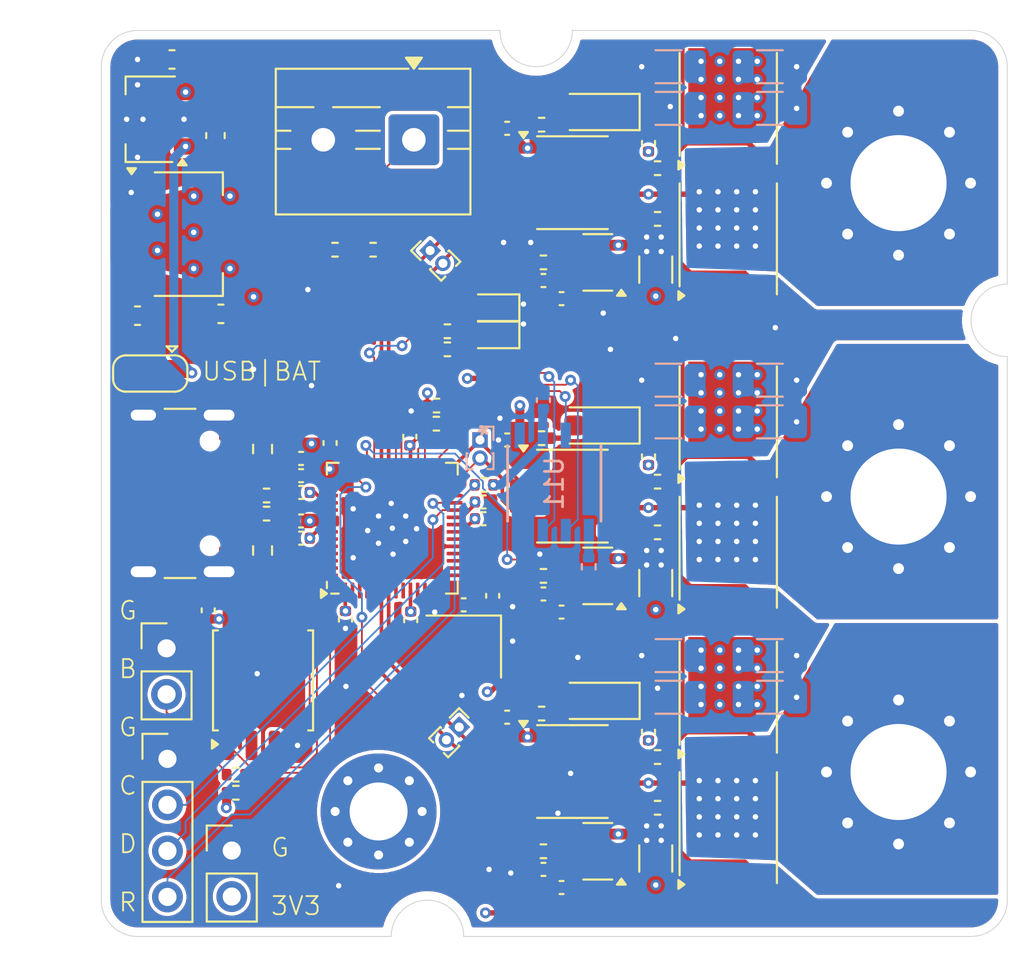
<source format=kicad_pcb>
(kicad_pcb (version 20241229) (generator "pcbnew") (generator_version "9.0")
  (layers (0 "F.Cu" signal) (4 "In1.Cu" signal) (6 "In2.Cu" signal) (8 "In3.Cu" signal) (10 "In4.Cu" signal) (12 "In5.Cu" signal) (14 "In6.Cu" signal) (2 "B.Cu" signal) (13 "F.Paste" user) (15 "B.Paste" user) (5 "F.SilkS" user "F.Silkscreen") (7 "B.SilkS" user "B.Silkscreen") (1 "F.Mask" user) (3 "B.Mask" user) (25 "Edge.Cuts" user))
  (net 0 "")
  (net 1 "Net-(Q1-G)")
  (net 2 "V_MOTOR")
  (net 3 "GND")
  (net 4 "Net-(Q2-G)")
  (net 5 "Net-(U1-HO)")
  (net 6 "Net-(U1-LO)")
  (net 7 "Net-(D1-K)")
  (net 8 "Net-(D1-A)")
  (net 9 "V_GATE_DRIVE")
  (net 10 "USB_POWER")
  (net 11 "+3V3")
  (net 12 "/D+")
  (net 14 "/D-")
  (net 15 "Net-(J101-CC1)")
  (net 16 "Net-(J101-CC2)")
  (net 29 "+1V1")
  (net 30 "/XIN")
  (net 31 "/XOUT")
  (net 32 "/QSPI_CS")
  (net 33 "/~{USB_BOOT}")
  (net 34 "/QSPI_SD3")
  (net 35 "/QSPI_SD2")
  (net 36 "/QSPI_SD0")
  (net 37 "/QSPI_CLK")
  (net 38 "/QSPIU_SD1")
  (net 39 "/SWD")
  (net 40 "/SWCLK")
  (net 41 "/USB_DP")
  (net 42 "/USB_DN")
  (net 43 "V_BUS")
  (net 44 "Net-(D2-K)")
  (net 45 "Net-(D3-K)")
  (net 46 "Net-(D2-A)")
  (net 47 "Net-(D3-A)")
  (net 48 "/RUN")
  (net 49 "Net-(Q3-G)")
  (net 50 "Net-(Q4-G)")
  (net 51 "Net-(Q5-G)")
  (net 52 "Net-(Q6-G)")
  (net 53 "Net-(U5-HO)")
  (net 54 "Net-(U5-LO)")
  (net 55 "Net-(U6-HO)")
  (net 56 "Net-(U6-LO)")
  (net 57 "Net-(R18-Pad1)")
  (net 58 "Net-(R19-Pad1)")
  (net 59 "Net-(R20-Pad1)")
  (net 60 "/I0_SENSE")
  (net 61 "/I1_SENSE")
  (net 62 "/I2_SENSE")
  (net 63 "/V_MOTOR_SENSE")
  (net 64 "/HIN0")
  (net 65 "/LIN0")
  (net 66 "/LIN1")
  (net 67 "/HIN2")
  (net 68 "/LIN2")
  (net 69 "/HIN1")
  (net 70 "/HBridge0/MOTOR_OUT")
  (net 71 "/HBridge1/MOTOR_OUT")
  (net 72 "/HBridge2/MOTOR_OUT")
  (net 73 "/HBridge0/CURRENT_SENSE")
  (net 74 "/HBridge1/CURRENT_SENSE")
  (net 75 "/HBridge2/CURRENT_SENSE")
  (net 76 "Net-(D4-A)")
  (net 77 "Net-(D5-A)")
  (net 80 "Net-(U11-PGO)")
  (net 81 "/SCL")
  (net 82 "/SDA")
  (net 83 "/AS5600_PWM")
  (net 94 "/LED0")
  (net 95 "/LED1")
  (footprint "Capacitor_SMD:C_0402_1005Metric" (layer "F.Cu") (at 111.101251 96.02)
    (property "Reference" "C6" (hide yes))
    (property "Value" "100nF")
  )
  (footprint "Capacitor_SMD:C_0402_1005Metric" (layer "F.Cu") (at 114.4 101.1 180)
    (property "Reference" "C41" (hide yes))
    (property "Value" "1n")
  )
  (footprint "Connector_PinHeader_2.54mm:PinHeader_1x04_P2.54mm_Vertical" (layer "F.Cu") (at 93.65 110.2)
    (property "Reference" "Jd1" (hide yes))
    (property "Value" "Conn_01x03")
  )
  (footprint "MountingHole:MountingHole_3.2mm_M3_Pad_Via" (layer "F.Cu") (at 105.302944 113.102944)
    (property "Reference" "H4" (hide yes))
    (property "Value" "MountingHole_Pad")
  )
  (footprint "MountingHole:MountingHole_5.3mm_M5_Pad_Via" (layer "F.Cu") (at 134 78.425)
    (property "Reference" "H1" (hide yes))
    (property "Value" "MountingHole_Pad")
  )
  (footprint "Resistor_SMD:R_0402_1005Metric" (layer "F.Cu") (at 99.121251 95.665)
    (property "Reference" "R5" (hide yes))
    (property "Value" "27.4")
  )
  (footprint "Resistor_SMD:R_0402_1005Metric" (layer "F.Cu") (at 114.3 107.7)
    (property "Reference" "R11" (hide yes))
    (property "Value" "2.2")
  )
  (footprint "Package_TO_SOT_SMD:SOT-23-5" (layer "F.Cu") (at 117.4 82.8 180)
    (property "Reference" "U8" (hide yes))
    (property "Value" "INA180A3")
  )
  (footprint "Capacitor_SMD:C_0402_1005Metric" (layer "F.Cu") (at 111.6 101.2 -90)
    (property "Reference" "C18" (hide yes))
    (property "Value" "18pF")
  )
  (footprint "Capacitor_SMD:C_0603_1608Metric" (layer "F.Cu") (at 96.6 85.64 180)
    (property "Reference" "C4" (hide yes))
    (property "Value" "10uF")
  )
  (footprint "TerminalBlock:TerminalBlock_MaiXu_MX126-5.0-02P_1x02_P5.00mm" (layer "F.Cu") (at 107.25 76.0325 180)
    (property "Reference" "J2" (hide yes))
    (property "Value" "Conn_01x02")
  )
  (footprint "Resistor_SMD:R_0402_1005Metric" (layer "F.Cu") (at 105 82.1)
    (property "Reference" "R21" (hide yes))
    (property "Value" "20k")
  )
  (footprint "Capacitor_SMD:C_0402_1005Metric" (layer "F.Cu") (at 112.4 92.6 180)
    (property "Reference" "C19" (hide yes))
    (property "Value" "1u 24v")
  )
  (footprint "Resistor_SMD:R_0402_1005Metric" (layer "F.Cu") (at 102.9 82.1)
    (property "Reference" "R22" (hide yes))
    (property "Value" "1k")
  )
  (footprint "Resistor_SMD:R_0402_1005Metric" (layer "F.Cu") (at 109.1 86.6 180)
    (property "Reference" "R26" (hide yes))
    (property "Value" "10k")
  )
  (footprint "Jumper:SolderJumper-3_P1.3mm_Open_RoundedPad1.0x1.5mm" (layer "F.Cu") (at 92.7 88.9325 180)
    (property "Reference" "JP1" (hide yes))
    (property "Value" "SolderJumper_3_Open")
  )
  (footprint "Resistor_SMD:R_1206_3216Metric" (layer "F.Cu") (at 120.6 83.2 90)
    (property "Reference" "R15" (hide yes))
    (property "Value" "2m")
  )
  (footprint "Resistor_SMD:R_0402_1005Metric" (layer "F.Cu") (at 120.7 112.9)
    (property "Reference" "R13" (hide yes))
    (property "Value" "1")
  )
  (footprint "Capacitor_SMD:C_0402_1005Metric" (layer "F.Cu") (at 112.4 107.9 180)
    (property "Reference" "C21" (hide yes))
    (property "Value" "1u 24v")
  )
  (footprint "Package_TO_SOT_SMD:SOT-89-3" (layer "F.Cu") (at 92.7 74.9 180)
    (property "Reference" "U7" (hide yes))
    (property "Value" "MG78M12N3")
  )
  (footprint "Package_SO:SOIC-8_3.9x4.9mm_P1.27mm" (layer "F.Cu") (at 116 78.4)
    (property "Reference" "U1" (hide yes))
    (property "Value" "G2026")
  )
  (footprint "Capacitor_SMD:C_0402_1005Metric" (layer "F.Cu") (at 120.2 108.7 -90)
    (property "Reference" "C22" (hide yes))
    (property "Value" "100n 24V")
  )
  (footprint "Capacitor_SMD:C_0402_1005Metric" (layer "F.Cu") (at 101.026251 94.57 180)
    (property "Reference" "C8" (hide yes))
    (property "Value" "1uF")
  )
  (footprint "Crystal:Crystal_SMD_3225-4Pin_3.2x2.5mm" (layer "F.Cu") (at 110 104 180)
    (property "Reference" "Y1" (hide yes))
    (property "Value" "TX322516M")
  )
  (footprint "Package_SO:SOIC-8_5.3x5.3mm_P1.27mm" (layer "F.Cu") (at 98.926251 105.87 90)
    (property "Reference" "U4" (hide yes))
    (property "Value" "W25Q16JVSS")
  )
  (footprint "Resistor_SMD:R_0402_1005Metric" (layer "F.Cu") (at 120.7 80.4)
    (property "Reference" "R2" (hide yes))
    (property "Value" "1")
  )
  (footprint "Package_TO_SOT_SMD:TDSON-8-1" (layer "F.Cu") (at 124.6 98.8 90)
    (property "Reference" "Q4" (hide yes))
    (property "Value" "BSC040N08NS5")
  )
  (footprint "Package_TO_SOT_SMD:TDSON-8-1" (layer "F.Cu") (at 124.6 91.6 90)
    (property "Reference" "Q3" (hide yes))
    (property "Value" "BSC040N08NS5")
  )
  (footprint "Package_SO:SOIC-8_3.9x4.9mm_P1.27mm" (layer "F.Cu") (at 116 110.9)
    (property "Reference" "U6" (hide yes))
    (property "Value" "G2026")
  )
  (footprint "Connector_PinHeader_2.54mm:PinHeader_1x02_P2.54mm_Vertical" (layer "F.Cu") (at 93.6 104.1)
    (property "Reference" "J1" (hide yes))
    (property "Value" "Conn_01x02")
  )
  (footprint "Resistor_SMD:R_0402_1005Metric" (layer "F.Cu") (at 114.4 100.1 180)
    (property "Reference" "R19" (hide yes))
    (property "Value" "1k")
  )
  (footprint "Resistor_SMD:R_0402_1005Metric" (layer "F.Cu") (at 114.3 92.5)
    (property "Reference" "R8" (hide yes))
    (property "Value" "2.2")
  )
  (footprint "Resistor_SMD:R_0402_1005Metric" (layer "F.Cu") (at 114.3 75.2)
    (property "Reference" "R3" (hide yes))
    (property "Value" "2.2")
  )
  (footprint "Capacitor_SMD:C_0402_1005Metric" (layer "F.Cu") (at 101.026251 95.495 180)
    (property "Reference" "C7" (hide yes))
    (property "Value" "1uF")
  )
  (footprint "Connector_PinHeader_1.00mm:PinHeader_1x02_P1.00mm_Vertical" (layer "F.Cu") (at 109.753553 108.446447 -45)
    (property "Reference" "J6" (hide yes))
    (property "Value" "Conn_01x02")
  )
  (footprint "Capacitor_SMD:C_0603_1608Metric" (layer "F.Cu") (at 92 85.74)
    (property "Reference" "C3" (hide yes))
    (property "Value" "10uF")
  )
  (footprint "Resistor_SMD:R_0402_1005Metric" (layer "F.Cu") (at 108.5 90.7 180)
    (property "Reference" "R24" (hide yes))
    (property "Value" "10k")
  )
  (footprint "Capacitor_SMD:C_0402_1005Metric" (layer "F.Cu") (at 114.4 116.3 180)
    (property "Reference" "C42" (hide yes))
    (property "Value" "1n")
  )
  (footprint "Package_TO_SOT_SMD:TDSON-8-1" (layer "F.Cu") (at 124.6 81.5 90)
    (property "Reference" "Q2" (hide yes))
    (property "Value" "BSC040N08NS5")
  )
  (footprint "Capacitor_SMD:C_0402_1005Metric" (layer "F.Cu") (at 101.026251 97.07 180)
    (property "Reference" "C10" (hide yes))
    (property "Value" "100nF")
  )
  (footprint "MountingHole:MountingHole_5.3mm_M5_Pad_Via" (layer "F.Cu") (at 134 110.925)
    (property "Reference" "H3" (hide yes))
    (property "Value" "MountingHole_Pad")
  )
  (footprint "Resistor_SMD:R_0402_1005Metric" (layer "F.Cu") (at 120.7 110.1)
    (property "Reference" "R12" (hide yes))
    (property "Value" "1")
  )
  (footprint "Package_TO_SOT_SMD:TDSON-8-1" (layer "F.Cu") (at 124.6 114 90)
    (property "Reference" "Q6" (hide yes))
    (property "Value" "BSC040N08NS5")
  )
  (footprint "Package_TO_SOT_SMD:TDSON-8-1" (layer "F.Cu") (at 124.6 74.3 90)
    (property "Reference" "Q1" (hide yes))
    (property "Value" "BSC040N08NS5")
  )
  (footprint "Connector_USB:USB_C_Receptacle_GCT_USB4105-xx-A_16P_TopMnt_Horizontal" (layer "F.Cu") (at 93.395 95.55 -90)
    (property "Reference" "J101" (hide yes))
    (property "Value" "USB4105-GF-A")
  )
  (footprint "Capacitor_SMD:C_0402_1005Metric" (layer "F.Cu") (at 111.101251 96.945)
    (property "Reference" "C12" (hide yes))
    (property "Value" "100nF")
  )
  (footprint "Package_TO_SOT_SMD:SOT-23-5" (layer "F.Cu") (at 117.4 115.3 180)
    (property "Reference" "U10" (hide yes))
    (property "Value" "INA180A3")
  )
  (footprint "Capacitor_SMD:C_0402_1005Metric" (layer "F.Cu") (at 120.2 76.2 -90)
    (property "Reference" "C1" (hide yes))
    (property "Value" "100n 24V")
  )
  (footprint "Capacitor_SMD:C_0402_1005Metric" (layer "F.Cu") (at 107.076251 102.55 -90)
    (property "Reference" "C14" (hide yes))
    (property "Value" "100nF")
  )
  (footprint "Package_DFN_QFN:QFN-56-1EP_7x7mm_P0.4mm_EP3.2x3.2mm" (layer "F.Cu") (at 106.06 97.47 90)
    (property "Reference" "U2" (hide yes))
    (property "Value" "RP2040")
  )
  (footprint "Capacitor_SMD:C_0402_1005Metric" (layer "F.Cu") (at 103.476251 102.52 -90)
    (property "Reference" "C13" (hide yes))
    (property "Value" "100nF")
  )
  (footprint "Capacitor_SMD:C_0402_1005Metric" (layer "F.Cu") (at 110 101.7 180)
    (property "Reference" "C17" (hide yes))
    (property "Value" "18pF")
  )
  (footprint "Diode_SMD:D_SOD-123F" (layer "F.Cu") (at 117.5 91.8 180)
    (property "Reference" "D2" (hide yes))
    (property "Value" "D")
  )
  (footprint "Resistor_SMD:R_0603_1608Metric" (layer "F.Cu") (at 98.9 98.7 90)
    (property "Reference" "R106" (hide yes))
    (property "Value" "5.1k")
  )
  (footprint "Resistor_SMD:R_0402_1005Metric" (layer "F.Cu") (at 97.426251 112.07)
    (property "Reference" "R7" (hide yes))
    (property "Value" "10k")
  )
  (footprint "Capacitor_SMD:C_0603_1608Metric" (layer "F.Cu") (at 93.9 71.6 180)
    (property "Reference" "C23" (hide yes))
    (property "Value" "0.33uf")
  )
  (footprint "Capacitor_SMD:C_0402_1005Metric" (layer "F.Cu") (at 101.026251 93.62 180)
    (property "Reference" "C11" (hide yes))
    (property "Value" "100nF")
  )
  (footprint "Resistor_SMD:R_0402_1005Metric" (layer "F.Cu") (at 120.7 97.7)
    (property "Reference" "R10" (hide yes))
    (property "Value" "1")
  )
  (footprint "Package_SO:SOIC-8_3.9x4.9mm_P1.27mm" (layer "F.Cu") (at 116 95.7)
    (property "Reference" "U5" (hide yes))
    (property "Value" "G2026")
  )
  (footprint "Resistor_SMD:R_0603_1608Metric" (layer "F.Cu") (at 98.9 93.1 -90)
    (property "Reference" "R105" (hide yes))
    (property "Value" "5.1k")
  )
  (footprint "Resistor_SMD:R_0402_1005Metric" (layer "F.Cu") (at 97.426251 111.07 180)
    (property "Reference" "R6" (hide yes))
    (property "Value" "1k")
  )
  (footprint "Connector_PinHeader_1.00mm:PinHeader_1x02_P1.00mm_Vertical" (layer "F.Cu") (at 108.146447 82.146447 45)
    (property "Reference" "J4" (hide yes))
    (property "Value" "Conn_01x02")
  )
  (footprint "Capacitor_SMD:C_0402_1005Metric" (layer "F.Cu") (at 115.4 117.3)
    (property "Reference" "C39" (hide yes))
    (property "Value" "100n")
  )
  (footprint "Capacitor_SMD:C_0402_1005Metric" (layer "F.Cu") (at 102.626251 92.77 90)
    (property "Reference" "C15" (hide yes))
    (property "Value" "100nF")
  )
  (footprint "MountingHole:MountingHole_5.3mm_M5_Pad_Via" (layer "F.Cu") (at 134 95.725)
    (property "Reference" "H2" (hide yes))
    (property "Value" "MountingHole_Pad")
  )
  (footprint "Package_TO_SOT_SMD:TDSON-8-1" (layer "F.Cu") (at 124.6 106.8 90)
    (property "Reference" "Q5" (hide yes))
    (property "Value" "BSC040N08NS5")
  )
  (footprint "Resistor_SMD:R_0402_1005Metric" (layer "F.Cu") (at 108.49 91.7 180)
    (property "Reference" "R25" (hide yes))
    (property "Value" "10k")
  )
  (footprint "Capacitor_SMD:C_0402_1005Metric" (layer "F.Cu") (at 115.4 84.8)
    (property "Reference" "C37" (hide yes))
    (property "Value" "100n")
  )
  (footprint "Capacitor_SMD:C_0603_1608Metric" (layer "F.Cu") (at 96.3 75.8 90)
    (property "Reference" "C24" (hide yes))
    (property "Value" "100n")
  )
  (footprint "Connector_PinHeader_2.54mm:PinHeader_1x02_P2.54mm_Vertical" (layer "F.Cu") (at 97.2 115.26)
    (property "Reference" "J3" (hide yes))
    (property "Value" "Conn_01x02")
  )
  (footprint "Capacitor_SMD:C_0402_1005Metric" (layer "F.Cu") (at 107.026251 92.42 90)
    (property "Reference" "C9" (hide yes))
    (property "Value" "100nF")
  )
  (footprint "Diode_SMD:D_SOD-123F" (layer "F.Cu") (at 117.5 74.5 180)
    (property "Reference" "D1" (hide yes))
    (property "Value" "D")
  )
  (footprint "Capacitor_SMD:C_0402_1005Metric" (layer "F.Cu") (at 120.2 93.5 -90)
    (property "Reference" "C20" (hide yes))
    (property "Value" "100n 24V")
  )
  (footprint "Capacitor_SMD:C_0402_1005Metric" (layer "F.Cu") (at 101.026251 98.02 180)
    (property "Reference" "C5" (hide yes))
    (property "Value" "100nF")
  )
  (footprint "Package_TO_SOT_SMD:SOT-23-5" (layer "F.Cu") (at 117.4 100.1 180)
    (property "Reference" "U9" (hide yes))
    (property "Value" "INA180A3")
  )
  (footprint "Resistor_SMD:R_1206_3216Metric" (layer "F.Cu") (at 120.6 100.5 90)
    (property "Reference" "R16" (hide yes))
    (property "Value" "2m")
  )
  (footprint "LED_SMD:LED_0603_1608Metric" (layer "F.Cu") (at 111.5875 86.8 180)
    (property "Reference" "D4" (hide yes))
    (property "Value" "LED")
  )
  (footprint "Diode_SMD:D_SOD-123F" (layer "F.Cu") (at 117.5 107 180)
    (property "Reference" "D3" (hide yes))
    (property "Value" "D")
  )
  (footprint "Capacitor_SMD:C_0402_1005Metric" (layer "F.Cu") (at 115.4 102.1)
    (property "Reference" "C38" (hide yes))
    (property "Value" "100n")
  )
  (footprint "Resistor_SMD:R_1206_3216Metric" (layer "F.Cu") (at 120.6 115.7 90)
    (property "Reference" "R17" (hide yes))
    (property "Value" "2m")
  )
  (footprint "Resistor_SMD:R_0402_1005Metric" (layer "F.Cu") (at 111.12 95.08)
    (property "Reference" "R14" (hide yes))
    (property "Value" "10k")
  )
  (footprint "LED_SMD:LED_0603_1608Metric" (layer "F.Cu") (at 111.5875 85.3 180)
    (property "Reference" "D5" (hide yes))
    (property "Value" "LED")
  )
  (footprint "Resistor_SMD:R_0402_1005Metric" (layer "F.Cu") (at 109.1 87.6 180)
    (property "Reference" "R27" (hide yes))
    (property "Value" "10k")
  )
  (footprint "Package_TO_SOT_SMD:SOT-223-3_TabPin2" (layer "F.Cu") (at 94.8 81.24)
    (property "Reference" "U3" (hide yes))
    (property "Value" "AMS1117-3.3")
  )
  (footprint "Resistor_SMD:R_0402_1005Metric" (layer "F.Cu") (at 120.7 77.6)
    (property "Reference" "R1" (hide yes))
    (property "Value" "1")
  )
  (footprint "Capacitor_SMD:C_0402_1005Metric" (layer "F.Cu") (at 112.4 75.4 180)
    (property "Reference" "C2" (hide yes))
    (property "Value" "1u 24v")
  )
  (footprint "Capacitor_SMD:C_0402_1005Metric" (layer "F.Cu") (at 95.9 102 90)
    (property "Reference" "C16" (hide yes))
    (property "Value" "100nF")
  )
  (footprint "Resistor_SMD:R_0402_1005Metric" (layer "F.Cu") (at 99.121251 96.665)
    (property "Reference" "R4" (hide yes))
    (property "Value" "27.4")
  )
  (footprint "Resistor_SMD:R_0402_1005Metric" (layer "F.Cu") (at 120.7 94.9)
    (property "Reference" "R9" (hide yes))
    (property "Value" "1")
  )
  (footprint "Resistor_SMD:R_0402_1005Metric" (layer "F.Cu") (at 114.4 115.3 180)
    (property "Reference" "R20" (hide yes))
    (property "Value" "1k")
  )
  (footprint "Resistor_SMD:R_0402_1005Metric" (layer "F.Cu") (at 114.4 82.8 180)
    (property "Reference" "R18" (hide yes))
    (property "Value" "1k")
  )
  (footprint "Capacitor_SMD:C_0402_1005Metric" (layer "F.Cu") (at 114.4 83.8 180)
    (property "Reference" "C40" (hide yes))
    (property "Value" "1n")
  )
  (footprint "Capacitor_SMD:C_1206_3216Metric" (layer "B.Cu") (at 121.3 74.3 180)
    (property "Reference" "C28" (hide yes))
    (property "Value" "10uF")
  )
  (footprint "Resistor_SMD:R_0402_1005Metric" (layer "B.Cu") (at 116.9 99.6 -90)
    (property "Reference" "R23" (hide yes))
    (property "Value" "0")
  )
  (footprint "Capacitor_SMD:C_1206_3216Metric" (layer "B.Cu") (at 126.9 74.3)
    (property "Reference" "C25" (hide yes))
    (property "Value" "10uF")
  )
  (footprint "AS5600L-ASOM:AS5600L-ASOM_AMS" (layer "B.Cu") (at 115 95 -90)
    (property "Reference" "U11")
    (property "Value" "AS5600L-ASOM")
  )
  (footprint "Capacitor_SMD:C_0402_1005Metric" (layer "B.Cu") (at 114.4 90.4 90)
    (property "Reference" "C43" (hide yes))
    (property "Value" "100nF")
  )
  (footprint "Capacitor_SMD:C_1206_3216Metric" (layer "B.Cu") (at 126.9 104.5)
    (property "Reference" "C36" (hide yes))
    (property "Value" "10uF")
  )
  (footprint "Connector_PinHeader_1.00mm:PinHeader_1x02_P1.00mm_Vertical" (layer "B.Cu") (at 110.9 92.6 180)
    (property "Reference" "J5" (hide yes))
    (property "Value" "Conn_01x02")
  )
  (footprint "Capacitor_SMD:C_1206_3216Metric" (layer "B.Cu") (at 126.9 91.6)
    (property "Reference" "C26" (hide yes))
    (property "Value" "10uF")
  )
  (footprint "Capacitor_SMD:C_1206_3216Metric" (layer "B.Cu") (at 121.3 106.8 180)
    (property "Reference" "C30" (hide yes))
    (property "Value" "10uF")
  )
  (footprint "Capacitor_SMD:C_1206_3216Metric" (layer "B.Cu") (at 126.9 89.3)
    (property "Reference" "C35" (hide yes))
    (property "Value" "10uF")
  )
  (footprint "Capacitor_SMD:C_1206_3216Metric" (layer "B.Cu") (at 126.9 72)
    (property "Reference" "C34" (hide yes))
    (property "Value" "10uF")
  )
  (footprint "Capacitor_SMD:C_1206_3216Metric" (layer "B.Cu") (at 121.3 89.3 180)
    (property "Reference" "C32" (hide yes))
    (property "Value" "10uF")
  )
  (footprint "Capacitor_SMD:C_1206_3216Metric" (layer "B.Cu") (at 121.3 91.6 180)
    (property "Reference" "C29" (hide yes))
    (property "Value" "10uF")
  )
  (footprint "Capacitor_SMD:C_1206_3216Metric" (layer "B.Cu") (at 121.3 104.5 180)
    (property "Reference" "C33" (hide yes))
    (property "Value" "10uF")
  )
  (footprint "Capacitor_SMD:C_1206_3216Metric" (layer "B.Cu") (at 121.3 72 180)
    (property "Reference" "C31" (hide yes))
    (property "Value" "10uF")
  )
  (footprint "Capacitor_SMD:C_1206_3216Metric" (layer "B.Cu") (at 126.9 106.8)
    (property "Reference" "C27" (hide yes))
    (property "Value" "10uF")
  )
  (gr_line (start 90 118) (end 90 72) (stroke (width 0.05)) (layer "Edge.Cuts"))
  (gr_arc (start 140 88) (mid 138 86) (end 140 84) (stroke (width 0.05)) (layer "Edge.Cuts"))
  (gr_line (start 106 120) (end 92 120) (stroke (width 0.05)) (layer "Edge.Cuts"))
  (gr_arc (start 140 118) (mid 139.414214 119.414214) (end 138 120) (stroke (width 0.05)) (layer "Edge.Cuts"))
  (gr_line (start 116 70) (end 138 70) (stroke (width 0.05)) (layer "Edge.Cuts"))
  (gr_arc (start 92 120) (mid 90.585786 119.414214) (end 90 118) (stroke (width 0.05)) (layer "Edge.Cuts"))
  (gr_line (start 140 88) (end 140 118) (stroke (width 0.05)) (layer "Edge.Cuts"))
  (gr_line (start 140 72) (end 140 84) (stroke (width 0.05)) (layer "Edge.Cuts"))
  (gr_arc (start 106 120) (mid 108 118) (end 110 120) (stroke (width 0.05)) (layer "Edge.Cuts"))
  (gr_arc (start 90 72) (mid 90.585786 70.585786) (end 92 70) (stroke (width 0.05)) (layer "Edge.Cuts"))
  (gr_line (start 92 70) (end 112 70) (stroke (width 0.05)) (layer "Edge.Cuts"))
  (gr_arc (start 116 70) (mid 114 72) (end 112 70) (stroke (width 0.05)) (layer "Edge.Cuts"))
  (gr_line (start 138 120) (end 110 120) (stroke (width 0.05)) (layer "Edge.Cuts"))
  (gr_arc (start 138 70) (mid 139.414214 70.585786) (end 140 72) (stroke (width 0.05)) (layer "Edge.Cuts"))
  (gr_text "G\n\nB\n\nG\n\nC\n\nD\n\nR" (at 90.9 118.7 0) (layer "F.SilkS") (effects (font (size 1 1) (thickness 0.1)) (justify left bottom)))
  (gr_text "USB|BAT" (at 95.5 89.4 0) (layer "F.SilkS") (effects (font (size 1 1) (thickness 0.1)) (justify left bottom)))
  (gr_text "G\n\n3V3\n" (at 99.3 118.9 0) (layer "F.SilkS") (effects (font (size 1 1) (thickness 0.1)) (justify left bottom)))
  (segment (start 121.21 77.6) (end 121.21 77.29) (width 0.3) (layer "F.Cu") (net 1))
  (segment (start 126.505 77.005) (end 126.505 77.2) (width 0.3) (layer "F.Cu") (net 1))
  (segment (start 125.7 76.2) (end 126.505 77.005) (width 0.3) (layer "F.Cu") (net 1))
  (segment (start 121.21 77.29) (end 122.3 76.2) (width 0.3) (layer "F.Cu") (net 1))
  (segment (start 122.3 76.2) (end 125.7 76.2) (width 0.3) (layer "F.Cu") (net 1))
  (segment (start 94.725 73.325) (end 94.65 73.4) (width 0.5) (layer "F.Cu") (net 2))
  (segment (start 105.51 82.1) (end 105.51 77.7725) (width 0.1) (layer "F.Cu") (net 2))
  (segment (start 94.725 71.6) (end 94.725 73.325) (width 0.5) (layer "F.Cu") (net 2))
  (segment (start 105.51 77.7725) (end 107.25 76.0325) (width 0.1) (layer "F.Cu") (net 2))
  (via (at 126.2 106.2) (size 0.6) (drill 0.3) (layers "F.Cu" "B.Cu") (net 2))
  (via (at 126.2 72.7) (size 0.6) (drill 0.3) (layers "F.Cu" "B.Cu") (net 2))
  (via (at 123.1 92) (size 0.6) (drill 0.3) (layers "F.Cu" "B.Cu") (net 2))
  (via (at 124.133333 74.7) (size 0.6) (drill 0.3) (layers "F.Cu" "B.Cu") (net 2))
  (via (at 125.166667 72.7) (size 0.6) (drill 0.3) (layers "F.Cu" "B.Cu") (net 2))
  (via (at 125.166667 106.2) (size 0.6) (drill 0.3) (layers "F.Cu" "B.Cu") (net 2))
  (via (at 126.2 91) (size 0.6) (drill 0.3) (layers "F.Cu" "B.Cu") (net 2))
  (via (at 125.166667 91) (size 0.6) (drill 0.3) (layers "F.Cu" "B.Cu") (net 2))
  (via (at 124.133333 90) (size 0.6) (drill 0.3) (layers "F.Cu" "B.Cu") (net 2))
  (via (at 126.2 105.2) (size 0.6) (drill 0.3) (layers "F.Cu" "B.Cu") (net 2))
  (via (at 125.166667 71.7) (size 0.6) (drill 0.3) (layers "F.Cu" "B.Cu") (net 2))
  (via (at 125.166667 73.7) (size 0.6) (drill 0.3) (layers "F.Cu" "B.Cu") (net 2))
  (via (at 125.166667 90) (size 0.6) (drill 0.3) (layers "F.Cu" "B.Cu") (net 2))
  (via (at 123.1 74.7) (size 0.6) (drill 0.3) (layers "F.Cu" "B.Cu") (net 2))
  (via (at 124.133333 104.2) (size 0.6) (drill 0.3) (layers "F.Cu" "B.Cu") (net 2))
  (via (at 123.1 71.7) (size 0.6) (drill 0.3) (layers "F.Cu" "B.Cu") (net 2))
  (via (at 124.133333 89) (size 0.6) (drill 0.3) (layers "F.Cu" "B.Cu") (net 2))
  (via (at 125.166667 104.2) (size 0.6) (drill 0.3) (layers "F.Cu" "B.Cu") (net 2))
  (via (at 126.2 71.7) (size 0.6) (drill 0.3) (layers "F.Cu" "B.Cu") (net 2))
  (via (at 125.166667 92) (size 0.6) (drill 0.3) (layers "F.Cu" "B.Cu") (net 2))
  (via (at 124.133333 72.7) (size 0.6) (drill 0.3) (layers "F.Cu" "B.Cu") (net 2))
  (via (at 125.166667 107.2) (size 0.6) (drill 0.3) (layers "F.Cu" "B.Cu") (net 2))
  (via (at 94.65 73.4) (size 0.6) (drill 0.3) (layers "F.Cu" "B.Cu") (net 2))
  (via (at 123.1 106.2) (size 0.6) (drill 0.3) (layers "F.Cu" "B.Cu") (net 2))
  (via (at 125.166667 74.7) (size 0.6) (drill 0.3) (layers "F.Cu" "B.Cu") (net 2))
  (via (at 126.2 89) (size 0.6) (drill 0.3) (layers "F.Cu" "B.Cu") (net 2))
  (via (at 124.133333 91) (size 0.6) (drill 0.3) (layers "F.Cu" "B.Cu") (net 2))
  (via (at 124.133333 71.7) (size 0.6) (drill 0.3) (layers "F.Cu" "B.Cu") (net 2))
  (via (at 124.133333 92) (size 0.6) (drill 0.3) (layers "F.Cu" "B.Cu") (net 2))
  (via (at 126.2 92) (size 0.6) (drill 0.3) (layers "F.Cu" "B.Cu") (net 2))
  (via (at 126.2 104.2) (size 0.6) (drill 0.3) (layers "F.Cu" "B.Cu") (net 2))
  (via (at 123.1 105.2) (size 0.6) (drill 0.3) (layers "F.Cu" "B.Cu") (net 2))
  (via (at 123.1 91) (size 0.6) (drill 0.3) (layers "F.Cu" "B.Cu") (net 2))
  (via (at 123.1 107.2) (size 0.6) (drill 0.3) (layers "F.Cu" "B.Cu") (net 2))
  (via (at 126.2 90) (size 0.6) (drill 0.3) (layers "F.Cu" "B.Cu") (net 2))
  (via (at 125.166667 89) (size 0.6) (drill 0.3) (layers "F.Cu" "B.Cu") (net 2))
  (via (at 123.1 73.7) (size 0.6) (drill 0.3) (layers "F.Cu" "B.Cu") (net 2))
  (via (at 126.2 107.2) (size 0.6) (drill 0.3) (layers "F.Cu" "B.Cu") (net 2))
  (via (at 123.1 89) (size 0.6) (drill 0.3) (layers "F.Cu" "B.Cu") (net 2))
  (via (at 126.2 73.7) (size 0.6) (drill 0.3) (layers "F.Cu" "B.Cu") (net 2))
  (via (at 123.1 104.2) (size 0.6) (drill 0.3) (layers "F.Cu" "B.Cu") (net 2))
  (via (at 123.1 72.7) (size 0.6) (drill 0.3) (layers "F.Cu" "B.Cu") (net 2))
  (via (at 124.133333 105.2) (size 0.6) (drill 0.3) (layers "F.Cu" "B.Cu") (net 2))
  (via (at 123.1 90) (size 0.6) (drill 0.3) (layers "F.Cu" "B.Cu") (net 2))
  (via (at 124.133333 73.7) (size 0.6) (drill 0.3) (layers "F.Cu" "B.Cu") (net 2))
  (via (at 124.133333 107.2) (size 0.6) (drill 0.3) (layers "F.Cu" "B.Cu") (net 2))
  (via (at 125.166667 105.2) (size 0.6) (drill 0.3) (layers "F.Cu" "B.Cu") (net 2))
  (via (at 124.133333 106.2) (size 0.6) (drill 0.3) (layers "F.Cu" "B.Cu") (net 2))
  (via (at 126.2 74.7) (size 0.6) (drill 0.3) (layers "F.Cu" "B.Cu") (net 2))
  (via (at 120.9 113.9) (size 0.6) (drill 0.3) (layers "F.Cu" "B.Cu") (net 3))
  (via (at 121.4 74.2) (size 0.6) (drill 0.3) (layers "F.Cu" "B.Cu") (net 3))
  (via (at 92 71.6) (size 0.6) (drill 0.3) (layers "F.Cu" "B.Cu") (net 3))
  (via (at 101.6 89.6) (size 0.6) (drill 0.3) (layers "F.Cu" "B.Cu") (net 3))
  (via (at 120.9 99.5) (size 0.6) (drill 0.3) (layers "F.Cu" "B.Cu") (net 3))
  (via (at 120.9 98.7) (size 0.6) (drill 0.3) (layers "F.Cu" "B.Cu") (net 3))
  (via (at 113.3 85.1) (size 0.6) (drill 0.3) (layers "F.Cu" "B.Cu") (net 3))
  (via (at 114.2 98.9) (size 0.6) (drill 0.3) (layers "F.Cu" "B.Cu") (net 3))
  (via (at 120.1 98.7) (size 0.6) (drill 0.3) (layers "F.Cu" "B.Cu") (net 3))
  (via (at 128.375 72) (size 0.6) (drill 0.3) (layers "F.Cu" "B.Cu") (net 3))
  (via (at 105.3 98.3) (size 0.6) (drill 0.3) (layers "F.Cu" "B.Cu") (net 3))
  (via (at 100.831251 109.4575) (size 0.6) (drill 0.3) (layers "F.Cu" "B.Cu") (net 3))
  (via (at 103.476251 103) (size 0.6) (drill 0.3) (layers "F.Cu" "B.Cu") (net 3))
  (via (at 113.7 81.7) (size 0.6) (drill 0.3) (layers "F.Cu" "B.Cu") (net 3))
  (via (at 103.9 99.1) (size 0.6) (drill 0.3) (layers "F.Cu" "B.Cu") (net 3))
  (via (at 120.1 99.5) (size 0.6) (drill 0.3) (layers "F.Cu" "B.Cu") (net 3))
  (via (at 91.4 74.9) (size 0.6) (drill 0.3) (layers "F.Cu" "B.Cu") (net 3))
  (via (at 127.2 86.4) (size 0.6) (drill 0.3) (layers "F.Cu" "B.Cu") (net 3))
  (via (at 118.1 87.6) (size 0.6) (drill 0.3) (layers "F.Cu" "B.Cu") (net 3))
  (via (at 117.7 85.6) (size 0.6) (drill 0.3) (layers "F.Cu" "B.Cu") (net 3))
  (via (at 108.4 102.1) (size 0.6) (drill 0.3) (layers "F.Cu" "B.Cu") (net 3))
  (via (at 98.4 88.7) (size 0.6) (drill 0.3) (layers "F.Cu" "B.Cu") (net 3))
  (via (at 119.825 104.5) (size 0.6) (drill 0.3) (layers "F.Cu" "B.Cu") (net 3))
  (via (at 120.1 114.7) (size 0.6) (drill 0.3) (layers "F.Cu" "B.Cu") (net 3))
  (via (at 115.2 113.2) (size 0.6) (drill 0.3) (layers "F.Cu" "B.Cu") (net 3))
  (via (at 128.375 74.3) (size 0.6) (drill 0.3) (layers "F.Cu" "B.Cu") (net 3))
  (via (at 94.5625 74.9) (size 0.6) (drill 0.3) (layers "F.Cu" "B.Cu") (net 3))
  (via (at 120.9 81.4) (size 0.6) (drill 0.3) (layers "F.Cu" "B.Cu") (net 3))
  (via (at 119.825 72) (size 0.6) (drill 0.3) (layers "F.Cu" "B.Cu") (net 3))
  (via (at 113.3 86.2) (size 0.6) (drill 0.3) (layers "F.Cu" "B.Cu") (net 3))
  (via (at 120.1 81.4) (size 0.6) (drill 0.3) (layers "F.Cu" "B.Cu") (net 3))
  (via (at 106.1 98.9) (size 0.6) (drill 0.3) (layers "F.Cu" "B.Cu") (net 3))
  (via (at 115.9 111) (size 0.6) (drill 0.3) (layers "F.Cu" "B.Cu") (net 3))
  (via (at 121.7 87) (size 0.6) (drill 0.3) (layers "F.Cu" "B.Cu") (net 3))
  (via (at 103.9 96.4) (size 0.6) (drill 0.3) (layers "F.Cu" "B.Cu") (net 3))
  (via (at 120.7 106.3) (size 0.6) (drill 0.3) (layers "F.Cu" "B.Cu") (net 3))
  (via (at 112.6 116.5) (size 0.6) (drill 0.3) (layers "F.Cu" "B.Cu") (net 3))
  (via (at 120.9 82.2) (size 0.6) (drill 0.3) (layers "F.Cu" "B.Cu") (net 3))
  (via (at 120.9 114.7) (size 0.6) (drill 0.3) (layers "F.Cu" "B.Cu") (net 3))
  (via (at 92 77) (size 0.6) (drill 0.3) (layers "F.Cu" "B.Cu") (net 3))
  (via (at 103.5 106.2) (size 0.6) (drill 0.3) (layers "F.Cu" "B.Cu") (net 3))
  (via (at 112.7 103.7) (size 0.6) (drill 0.3) (layers "F.Cu" "B.Cu") (net 3))
  (via (at 107.1 91) (size 0.6) (drill 0.3) (layers "F.Cu" "B.Cu") (net 3))
  (via (at 119.825 89.3) (size 0.6) (drill 0.3) (layers "F.Cu" "B.Cu") (net 3))
  (via (at 111.92 92.6) (size 0.6) (drill 0.3) (layers "F.Cu" "B.Cu") (net 3))
  (via (at 112.7 101.8) (size 0.6) (drill 0.3) (layers "F.Cu" "B.Cu") (net 3))
  (via (at 128.375 104.5) (size 0.6) (drill 0.3) (layers "F.Cu" "B.Cu") (net 3))
  (via (at 128.375 89.3) (size 0.6) (drill 0.3) (layers "F.Cu" "B.Cu") (net 3))
  (via (at 112 91.4) (size 0.6) (drill 0.3) (layers "F.Cu" "B.Cu") (net 3))
  (via (at 111.4 116.3) (size 0.6) (drill 0.3) (layers "F.Cu" "B.Cu") (net 3))
  (via (at 104.7 97.6) (size 0.6) (drill 0.3) (layers "F.Cu" "B.Cu") (net 3))
  (via (at 109.9 106.7) (size 0.6) (drill 0.3) (layers "F.Cu" "B.Cu") (net 3))
  (via (at 105.3 96.8) (size 0.6) (drill 0.3) (layers "F.Cu" "B.Cu") (net 3))
  (via (at 128.375 106.8) (size 0.6) (drill 0.3) (layers "F.Cu" "B.Cu") (net 3))
  (via (at 106 96.1) (size 0.6) (drill 0.3) (layers "F.Cu" "B.Cu") (net 3))
  (via (at 116.3 104.6) (size 0.6) (drill 0.3) (layers "F.Cu" "B.Cu") (net 3))
  (via (at 120.1 113.9) (size 0.6) (drill 0.3) (layers "F.Cu" "B.Cu") (net 3))
  (via (at 98.6 105.5) (size 0.6) (drill 0.3) (layers "F.Cu" "B.Cu") (net 3))
  (via (at 103.1 117.2) (size 0.6) (drill 0.3) (layers "F.Cu" "B.Cu") (net 3))
  (via (at 106.063751 97.47) (size 0.6) (drill 0.3) (layers "F.Cu" "B.Cu") (net 3))
  (via (at 112.2 81.7) (size 0.6) (drill 0.3) (layers "F.Cu" "B.Cu") (net 3))
  (via (at 92.3 74.9) (size 0.6) (drill 0.3) (layers "F.Cu" "B.Cu") (net 3))
  (via (at 128.375 91.6) (size 0.6) (drill 0.3) (layers "F.Cu" "B.Cu") (net 3))
  (via (at 101.4 84.3) (size 0.6) (drill 0.3) (layers "F.Cu" "B.Cu") (net 3))
  (via (at 107.4 97.5) (size 0.6) (drill 0.3) (layers "F.Cu" "B.Cu") (net 3))
  (via (at 120.1 82.2) (size 0.6) (drill 0.3) (layers "F.Cu" "B.Cu") (net 3))
  (via (at 91.65 78.94) (size 0.6) (drill 0.3) (layers "F.Cu" "B.Cu") (net 3))
  (via (at 106.8 98.2) (size 0.6) (drill 0.3) (layers "F.Cu" "B.Cu") (net 3))
  (via (at 106.8 96.8) (size 0.6) (drill 0.3) (layers "F.Cu" "B.Cu") (net 3))
  (via (at 92 73) (size 0.6) (drill 0.3) (layers "F.Cu" "B.Cu") (net 3))
  (segment (start 125.505 83.4) (end 126.505 84.4) (width 0.3) (layer "F.Cu") (net 4))
  (segment (start 121.8 82.7) (end 122.5 83.4) (width 0.3) (layer "F.Cu") (net 4))
  (segment (start 122.5 83.4) (end 125.505 83.4) (width 0.3) (layer "F.Cu") (net 4))
  (segment (start 121.8 80.99) (end 121.8 82.7) (width 0.3) (layer "F.Cu") (net 4))
  (segment (start 121.21 80.4) (end 121.8 80.99) (width 0.3) (layer "F.Cu") (net 4))
  (segment (start 120.19 77.6) (end 118.64 77.6) (width 0.3) (layer "F.Cu") (net 5))
  (segment (start 118.64 77.6) (end 118.475 77.765) (width 0.3) (layer "F.Cu") (net 5))
  (segment (start 120.19 80.4) (end 118.57 80.4) (width 0.3) (layer "F.Cu") (net 6))
  (segment (start 118.57 80.4) (end 118.475 80.305) (width 0.3) (layer "F.Cu") (net 6))
  (segment (start 118.9 74.5) (end 118.98 74.5) (width 0.3) (layer "F.Cu") (net 7))
  (segment (start 118.98 74.5) (end 120.2 75.72) (width 0.3) (layer "F.Cu") (net 7))
  (segment (start 118.475 76.495) (end 119.425 76.495) (width 0.3) (layer "F.Cu") (net 7))
  (segment (start 119.425 76.495) (end 120.2 75.72) (width 0.3) (layer "F.Cu") (net 7))
  (segment (start 114.81 75.2) (end 115.4 75.2) (width 0.3) (layer "F.Cu") (net 8))
  (segment (start 115.4 75.2) (end 116.1 74.5) (width 0.3) (layer "F.Cu") (net 8))
  (segment (start 112.88 107.9) (end 113.59 107.9) (width 0.3) (layer "F.Cu") (net 9))
  (segment (start 113.79 76.23) (end 113.525 76.495) (width 0.3) (layer "F.Cu") (net 9))
  (segment (start 113.79 107.7) (end 113.79 108.73) (width 0.3) (layer "F.Cu") (net 9))
  (segment (start 113.79 108.73) (end 113.525 108.995) (width 0.3) (layer "F.Cu") (net 9))
  (segment (start 112.88 75.4) (end 112.88 75.85) (width 0.3) (layer "F.Cu") (net 9))
  (segment (start 94.825 76.575) (end 94.65 76.4) (width 0.5) (layer "F.Cu") (net 9))
  (segment (start 94 88.9325) (end 94.9675 88.9325) (width 0.5) (layer "F.Cu") (net 9))
  (segment (start 112.88 75.85) (end 113.525 76.495) (width 0.3) (layer "F.Cu") (net 9))
  (segment (start 112.88 108.35) (end 113.525 108.995) (width 0.3) (layer "F.Cu") (net 9))
  (segment (start 94.9675 88.9325) (end 95 88.9) (width 0.5) (layer "F.Cu") (net 9))
  (segment (start 112.88 107.9) (end 112.88 108.35) (width 0.3) (layer "F.Cu") (net 9))
  (segment (start 112.88 75.4) (end 113.59 75.4) (width 0.3) (layer "F.Cu") (net 9))
  (segment (start 113.59 107.9) (end 113.79 107.7) (width 0.3) (layer "F.Cu") (net 9))
  (segment (start 113.1 90.7) (end 113.1 92) (width 0.5) (layer "F.Cu") (net 9))
  (segment (start 113.59 75.4) (end 113.79 75.2) (width 0.3) (layer "F.Cu") (net 9))
  (segment (start 113.79 75.2) (end 113.79 76.23) (width 0.3) (layer "F.Cu") (net 9))
  (segment (start 96.3 76.575) (end 94.825 76.575) (width 0.5) (layer "F.Cu") (net 9))
  (via (at 113.1 90.7) (size 0.6) (drill 0.3) (layers "F.Cu" "B.Cu") (net 9))
  (via (at 113.525 76.495) (size 0.6) (drill 0.3) (layers "F.Cu" "B.Cu") (net 9))
  (via (at 95 88.9) (size 0.6) (drill 0.3) (layers "F.Cu" "B.Cu") (net 9))
  (via (at 113.525 108.995) (size 0.6) (drill 0.3) (layers "F.Cu" "B.Cu") (net 9))
  (via (at 94.65 76.4) (size 0.6) (drill 0.3) (layers "F.Cu" "B.Cu") (net 9))
  (segment (start 94 87.9) (end 94 86.5) (width 0.5) (layer "B.Cu") (net 9))
  (segment (start 94 86.5) (end 94 77.05) (width 0.5) (layer "B.Cu") (net 9))
  (segment (start 94 77.05) (end 94.65 76.4) (width 0.5) (layer "B.Cu") (net 9))
  (segment (start 95 88.9) (end 94 87.9) (width 0.5) (layer "B.Cu") (net 9))
  (segment (start 92.1415 90.429) (end 91.4 89.6875) (width 0.4) (layer "F.Cu") (net 10))
  (segment (start 95.224 93.58143) (end 95.224 91.699) (width 0.4) (layer "F.Cu") (net 10))
  (segment (start 91.4 89.6875) (end 91.4 88.9325) (width 0.4) (layer "F.Cu") (net 10))
  (segment (start 93.954 90.429) (end 92.1415 90.429) (width 0.4) (layer "F.Cu") (net 10))
  (segment (start 97.075 93.15) (end 96.60743 93.15) (width 0.4) (layer "F.Cu") (net 10))
  (segment (start 95.7 97.033824) (end 96.616176 97.95) (width 0.4) (layer "F.Cu") (net 10))
  (segment (start 95.7 94.05743) (end 95.224 93.58143) (width 0.4) (layer "F.Cu") (net 10))
  (segment (start 96.60743 93.15) (end 95.7 94.05743) (width 0.4) (layer "F.Cu") (net 10))
  (segment (start 95.224 91.699) (end 93.954 90.429) (width 0.4) (layer "F.Cu") (net 10))
  (segment (start 96.616176 97.95) (end 97.075 97.95) (width 0.4) (layer "F.Cu") (net 10))
  (segment (start 95.7 94.05743) (end 95.7 97.033824) (width 0.4) (layer "F.Cu") (net 10))
  (segment (start 96.823751 102.48) (end 97.021251 102.2825) (width 0.5) (layer "F.Cu") (net 11))
  (segment (start 111.48 106.5) (end 111.3 106.5) (width 0.3) (layer "F.Cu") (net 11))
  (segment (start 111.48 89.2) (end 110.2 89.2) (width 0.3) (layer "F.Cu") (net 11))
  (segment (start 96.5 102.48) (end 96.823751 102.48) (width 0.5) (layer "F.Cu") (net 11))
  (segment (start 96.916251 112.883749) (end 96.9 112.9) (width 0.5) (layer "F.Cu") (net 11))
  (segment (start 95.9 102.48) (end 96.5 102.48) (width 0.5) (layer "F.Cu") (net 11))
  (segment (start 115.88 102.1) (end 111.48 106.5) (width 0.3) (layer "F.Cu") (net 11))
  (segment (start 107.99 91.936251) (end 107.99 90.7) (width 0.2) (layer "F.Cu") (net 11))
  (segment (start 107.026251 92.9) (end 107.99 91.936251) (width 0.2) (layer "F.Cu") (net 11))
  (segment (start 107.99 90.01) (end 108 90) (width 0.2) (layer "F.Cu") (net 11))
  (segment (start 107.063751 94.0325) (end 107.063751 92.9375) (width 0.2) (layer "F.Cu") (net 11))
  (segment (start 116.2625 101.05) (end 116.2625 101.7175) (width 0.3) (layer "F.Cu") (net 11))
  (segment (start 107.99 90.7) (end 107.99 90.01) (width 0.2) (layer "F.Cu") (net 11))
  (segment (start 116.2625 116.25) (end 116.2625 116.9175) (width 0.3) (layer "F.Cu") (net 11))
  (segment (start 107.063751 100.9075) (end 107.063751 102.0575) (width 0.2) (layer "F.Cu") (net 11))
  (segment (start 116.2625 84.4175) (end 115.88 84.8) (width 0.3) (layer "F.Cu") (net 11))
  (segment (start 116.2625 101.7175) (end 115.88 102.1) (width 0.3) (layer "F.Cu") (net 11))
  (segment (start 103.463751 100.9075) (end 103.463751 102.0275) (width 0.2) (layer "F.Cu") (net 11))
  (segment (start 107.063751 92.9375) (end 107.026251 92.9) (width 0.2) (layer "F.Cu") (net 11))
  (segment (start 109.501251 97.27) (end 110.296251 97.27) (width 0.2) (layer "F.Cu") (net 11))
  (segment (start 115.88 84.8) (end 111.48 89.2) (width 0.3) (layer "F.Cu") (net 11))
  (segment (start 96.916251 112.07) (end 96.916251 112.883749) (width 0.5) (layer "F.Cu") (net 11))
  (segment (start 107.063751 102.0575) (end 107.076251 102.07) (width 0.2) (layer "F.Cu") (net 11))
  (segment (start 114.48 118.7) (end 111.2 118.7) (width 0.3) (layer "F.Cu") (net 11))
  (segment (start 115.88 117.3) (end 114.48 118.7) (width 0.3) (layer "F.Cu") (net 11))
  (segment (start 116.2625 83.75) (end 116.2625 84.4175) (width 0.3) (layer "F.Cu") (net 11))
  (segment (start 103.463751 102.0275) (end 103.476251 102.04) (width 0.2) (layer "F.Cu") (net 11))
  (segment (start 110.296251 97.27) (end 110.621251 96.945) (width 0.2) (layer "F.Cu") (net 11))
  (segment (start 116.2625 116.9175) (end 115.88 117.3) (width 0.3) (layer "F.Cu") (net 11))
  (via (at 111.2 118.7) (size 0.6) (drill 0.3) (layers "F.Cu" "B.Cu") (net 11))
  (via (at 111.3 106.5) (size 0.6) (drill 0.3) (layers "F.Cu" "B.Cu") (net 11))
  (via (at 93.1 80.14) (size 0.6) (drill 0.3) (layers "F.Cu" "B.Cu") (net 11))
  (via (at 103.476251 102.04) (size 0.6) (drill 0.3) (layers "F.Cu" "B.Cu") (net 11))
  (via (at 97.1 79.14) (size 0.6) (drill 0.3) (layers "F.Cu" "B.Cu") (net 11))
  (via (at 107.076251 102.07) (size 0.6) (drill 0.3) (layers "F.Cu" "B.Cu") (net 11))
  (via (at 98.4 84.7) (size 0.6) (drill 0.3) (layers "F.Cu" "B.Cu") (net 11))
  (via (at 102.6 94.2) (size 0.6) (drill 0.3) (layers "F.Cu" "B.Cu") (net 11))
  (via (at 107.026251 92.9) (size 0.6) (drill 0.3) (layers "F.Cu" "B.Cu") (net 11))
  (via (at 95.1 83.14) (size 0.6) (drill 0.3) (layers "F.Cu" "B.Cu") (net 11))
  (via (at 97.1 83.14) (size 0.6) (drill 0.3) (layers "F.Cu" "B.Cu") (net 11))
  (via (at 110.2 89.2) (size 0.6) (drill 0.3) (layers "F.Cu" "B.Cu") (net 11))
  (via (at 96.9 112.9) (size 0.6) (drill 0.3) (layers "F.Cu" "B.Cu") (net 11))
  (via (at 96.5 102.48) (size 0.6) (drill 0.3) (layers "F.Cu" "B.Cu") (net 11))
  (via (at 95.1 81.14) (size 0.6) (drill 0.3) (layers "F.Cu" "B.Cu") (net 11))
  (via (at 101.6 92.8) (size 0.6) (drill 0.3) (layers "F.Cu" "B.Cu") (net 11))
  (via (at 93.1 82.14) (size 0.6) (drill 0.3) (layers "F.Cu" "B.Cu") (net 11))
  (via (at 101.506251 97.07) (size 0.6) (drill 0.3) (layers "F.Cu" "B.Cu") (net 11))
  (via (at 108 90) (size 0.6) (drill 0.3) (layers "F.Cu" "B.Cu") (net 11))
  (via (at 110.621251 96.945) (size 0.6) (drill 0.3) (layers "F.Cu" "B.Cu") (net 11))
  (via (at 95.1 79.14) (size 0.6) (drill 0.3) (layers "F.Cu" "B.Cu") (net 11))
  (via (at 111.63 95.08) (size 0.6) (drill 0.3) (layers "F.Cu" "B.Cu") (net 11))
  (segment (start 114.365 92.3443) (end 114.365 90.915) (width 0.5) (layer "B.Cu") (net 11))
  (segment (start 112.0406 95.08) (end 111.63 95.08) (width 0.5) (layer "B.Cu") (net 11))
  (segment (start 114.365 92.7556) (end 112.0406 95.08) (width 0.5) (layer "B.Cu") (net 11))
  (segment (start 114.365 92.3443) (end 114.365 92.7556) (width 0.5) (layer "B.Cu") (net 11))
  (segment (start 114.365 90.915) (end 114.4 90.88) (width 0.5) (layer "B.Cu") (net 11))
  (segment (start 97.075 96.3) (end 98.246251 96.3) (width 0.14) (layer "F.Cu") (net 12))
  (segment (start 98.246251 96.3) (end 98.611251 96.665) (width 0.14) (layer "F.Cu") (net 12))
  (segment (start 96.329 95.621026) (end 96.329 96.029) (width 0.14) (layer "F.Cu") (net 12))
  (segment (start 96.6 96.3) (end 97.075 96.3) (width 0.14) (layer "F.Cu") (net 12))
  (segment (start 96.650026 95.3) (end 96.329 95.621026) (width 0.14) (layer "F.Cu") (net 12))
  (segment (start 97.075 95.3) (end 96.650026 95.3) (width 0.14) (layer "F.Cu") (net 12))
  (segment (start 96.329 96.029) (end 96.6 96.3) (width 0.14) (layer "F.Cu") (net 12))
  (segment (start 98.611251 95.665) (end 98.476251 95.8) (width 0.14) (layer "F.Cu") (net 14))
  (segment (start 97.821 95.679) (end 97.7 95.8) (width 0.14) (layer "F.Cu") (net 14))
  (segment (start 97.499974 94.8) (end 97.821 95.121026) (width 0.14) (layer "F.Cu") (net 14))
  (segment (start 98.476251 95.8) (end 97.075 95.8) (width 0.14) (layer "F.Cu") (net 14))
  (segment (start 97.075 94.8) (end 97.499974 94.8) (width 0.14) (layer "F.Cu") (net 14))
  (segment (start 97.7 95.8) (end 97.075 95.8) (width 0.14) (layer "F.Cu") (net 14))
  (segment (start 97.821 95.121026) (end 97.821 95.679) (width 0.14) (layer "F.Cu") (net 14))
  (segment (start 98.525 94.3) (end 98.875 93.95) (width 0.2) (layer "F.Cu") (net 15))
  (segment (start 97.075 94.3) (end 98.525 94.3) (width 0.2) (layer "F.Cu") (net 15))
  (segment (start 98.4 97.3) (end 98.85 97.75) (width 0.2) (layer "F.Cu") (net 16))
  (segment (start 97.075 97.3) (end 98.4 97.3) (width 0.2) (layer "F.Cu") (net 16))
  (segment (start 98.85 97.75) (end 98.85 97.9) (width 0.2) (layer "F.Cu") (net 16))
  (segment (start 102.626251 97.67) (end 101.856251 97.67) (width 0.2) (layer "F.Cu") (net 29))
  (segment (start 109.900123 96.87) (end 110.621251 96.148872) (width 0.2) (layer "F.Cu") (net 29))
  (segment (start 101.781251 95.495) (end 101.506251 95.495) (width 0.2) (layer "F.Cu") (net 29))
  (segment (start 101.856251 97.67) (end 101.506251 98.02) (width 0.2) (layer "F.Cu") (net 29))
  (segment (start 102.626251 95.67) (end 101.956251 95.67) (width 0.2) (layer "F.Cu") (net 29))
  (segment (start 110.621251 96.148872) (end 110.621251 96.02) (width 0.2) (layer "F.Cu") (net 29))
  (segment (start 109.501251 96.87) (end 109.900123 96.87) (width 0.2) (layer "F.Cu") (net 29))
  (segment (start 101.956251 95.67) (end 101.781251 95.495) (width 0.2) (layer "F.Cu") (net 29))
  (via (at 101.506251 98.02) (size 0.6) (drill 0.3) (layers "F.Cu" "B.Cu") (net 29))
  (via (at 110.621251 96.02) (size 0.6) (drill 0.3) (layers "F.Cu" "B.Cu") (net 29))
  (via (at 101.506251 95.495) (size 0.6) (drill 0.3) (layers "F.Cu" "B.Cu") (net 29))
  (segment (start 110 102.18) (end 110.48 101.7) (width 0.1) (layer "F.Cu") (net 30))
  (segment (start 109.820642 98.07) (end 109.4975 98.07) (width 0.1) (layer "F.Cu") (net 30))
  (segment (start 110 103.75) (end 110 102.18) (width 0.1) (layer "F.Cu") (net 30))
  (segment (start 108.9 104.85) (end 110 103.75) (width 0.1) (layer "F.Cu") (net 30))
  (segment (start 110.48 98.729358) (end 109.820642 98.07) (width 0.1) (layer "F.Cu") (net 30))
  (segment (start 110.48 101.7) (end 110.48 98.729358) (width 0.1) (layer "F.Cu") (net 30))
  (segment (start 111.1 103.15) (end 111.1 102.18) (width 0.1) (layer "F.Cu") (net 31))
  (segment (start 111.1 102.18) (end 111.6 101.68) (width 0.1) (layer "F.Cu") (net 31))
  (segment (start 111.6 101.68) (end 111 101.08) (width 0.1) (layer "F.Cu") (net 31))
  (segment (start 111 98.735) (end 109.935 97.67) (width 0.1) (layer "F.Cu") (net 31))
  (segment (start 111 101.08) (end 111 98.735) (width 0.1) (layer "F.Cu") (net 31))
  (segment (start 109.935 97.67) (end 109.4975 97.67) (width 0.1) (layer "F.Cu") (net 31))
  (segment (start 97.936251 112.07) (end 97.936251 111.07) (width 0.1) (layer "F.Cu") (net 32))
  (segment (start 102.626251 109.57) (end 102.626251 100.07) (width 0.1) (layer "F.Cu") (net 32))
  (segment (start 98.533751 110.97) (end 101.226251 110.97) (width 0.1) (layer "F.Cu") (net 32))
  (segment (start 98.433751 111.07) (end 98.533751 110.97) (width 0.1) (layer "F.Cu") (net 32))
  (segment (start 101.226251 110.97) (end 102.626251 109.57) (width 0.1) (layer "F.Cu") (net 32))
  (segment (start 97.936251 111.07) (end 98.433751 111.07) (width 0.1) (layer "F.Cu") (net 32))
  (segment (start 97.021251 109.4575) (end 98.533751 110.97) (width 0.1) (layer "F.Cu") (net 32))
  (segment (start 96.916251 111.07) (end 96.916251 110.946251) (width 0.1) (layer "F.Cu") (net 33))
  (segment (start 96.916251 110.946251) (end 93.6 107.63) (width 0.1) (layer "F.Cu") (net 33))
  (segment (start 93.6 107.63) (end 93.6 106.64) (width 0.1) (layer "F.Cu") (net 33))
  (segment (start 102.626251 98.07) (end 102.188751 98.07) (width 0.1) (layer "F.Cu") (net 34))
  (segment (start 102.188751 98.07) (end 98.291251 101.9675) (width 0.1) (layer "F.Cu") (net 34))
  (segment (start 102.188751 99.27) (end 102.626251 99.27) (width 0.1) (layer "F.Cu") (net 35))
  (segment (start 101.5 99.958751) (end 102.188751 99.27) (width 0.1) (layer "F.Cu") (net 35))
  (segment (start 99.561251 109.4575) (end 101.5 107.518751) (width 0.1) (layer "F.Cu") (net 35))
  (segment (start 101.5 107.518751) (end 101.5 99.958751) (width 0.1) (layer "F.Cu") (net 35))
  (segment (start 102.188751 98.87) (end 100.831251 100.2275) (width 0.1) (layer "F.Cu") (net 36))
  (segment (start 102.626251 98.87) (end 102.188751 98.87) (width 0.1) (layer "F.Cu") (net 36))
  (segment (start 100.831251 100.2275) (end 100.831251 102.2825) (width 0.1) (layer "F.Cu") (net 36))
  (segment (start 99.561251 101.0975) (end 99.561251 102.2825) (width 0.1) (layer "F.Cu") (net 37))
  (segment (start 99.421251 101.8975) (end 99.421251 102.2125) (width 0.1) (layer "F.Cu") (net 37))
  (segment (start 102.188751 98.47) (end 99.561251 101.0975) (width 0.1) (layer "F.Cu") (net 37))
  (segment (start 102.626251 98.47) (end 102.188751 98.47) (width 0.1) (layer "F.Cu") (net 37))
  (segment (start 101.9 109.896251) (end 101.9 99.996251) (width 0.1) (layer "F.Cu") (net 38))
  (segment (start 99.126251 110.67) (end 101.126251 110.67) (width 0.1) (layer "F.Cu") (net 38))
  (segment (start 102.226251 99.67) (end 102.626251 99.67) (width 0.1) (layer "F.Cu") (net 38))
  (segment (start 101.9 99.996251) (end 102.226251 99.67) (width 0.1) (layer "F.Cu") (net 38))
  (segment (start 98.291251 109.835) (end 99.126251 110.67) (width 0.1) (layer "F.Cu") (net 38))
  (segment (start 98.291251 109.4575) (end 98.291251 109.835) (width 0.1) (layer "F.Cu") (net 38))
  (segment (start 101.126251 110.67) (end 101.9 109.896251) (width 0.1) (layer "F.Cu") (net 38))
  (segment (start 109.4975 96.07) (end 108.33 96.07) (width 0.1) (layer "F.Cu") (net 39))
  (segment (start 108.33 96.07) (end 108.3 96.1) (width 0.1) (layer "F.Cu") (net 39))
  (via (at 108.3 96.1) (size 0.6) (drill 0.3) (layers "F.Cu" "B.Cu") (net 39))
  (segment (start 94.651 113.649) (end 94.651 114.249) (width 0.1) (layer "B.Cu") (net 39))
  (segment (start 93.65 115.25) (end 93.65 115.28) (width 0.1) (layer "B.Cu") (net 39))
  (segment (start 103.45 104.85) (end 94.651 113.649) (width 0.1) (layer "B.Cu") (net 39))
  (segment (start 94.651 114.249) (end 93.65 115.25) (width 0.1) (layer "B.Cu") (net 39))
  (segment (start 108.88 96.68) (end 108.88 99.42) (width 0.1) (layer "B.Cu") (net 39))
  (segment (start 108.3 96.1) (end 108.88 96.68) (width 0.1) (layer "B.Cu") (net 39))
  (segment (start 108.88 99.42) (end 103.45 104.85) (width 0.1) (layer "B.Cu") (net 39))
  (segment (start 109.4975 96.47) (end 108.83 96.47) (width 0.1) (layer "F.Cu") (net 40))
  (segment (start 108.83 96.47) (end 108.3 97) (width 0.1) (layer "F.Cu") (net 40))
  (via (at 108.3 97) (size 0.6) (drill 0.3) (layers "F.Cu" "B.Cu") (net 40))
  (segment (start 108.3 97) (end 108.3 99.1) (width 0.1) (layer "B.Cu") (net 40))
  (segment (start 108.3 99.1) (end 94.66 112.74) (width 0.1) (layer "B.Cu") (net 40))
  (segment (start 94.66 112.74) (end 93.65 112.74) (width 0.1) (layer "B.Cu") (net 40))
  (segment (start 102.626251 96.47) (end 101.97 96.47) (width 0.14) (layer "F.Cu") (net 41))
  (segment (start 101.97 96.47) (end 101.9 96.4) (width 0.14) (layer "F.Cu") (net 41))
  (segment (start 99.841251 96.665) (end 99.631251 96.665) (width 0.14) (layer "F.Cu") (net 41))
  (segment (start 101.9 96.4) (end 100.106251 96.4) (width 0.14) (layer "F.Cu") (net 41))
  (segment (start 100.106251 96.4) (end 99.841251 96.665) (width 0.14) (layer "F.Cu") (net 41))
  (segment (start 101.9 96.14) (end 100.126251 96.14) (width 0.14) (layer "F.Cu") (net 42))
  (segment (start 100.126251 96.14) (end 99.956251 95.97) (width 0.14) (layer "F.Cu") (net 42))
  (segment (start 102.626251 96.07) (end 101.97 96.07) (width 0.14) (layer "F.Cu") (net 42))
  (segment (start 101.97 96.07) (end 101.9 96.14) (width 0.14) (layer "F.Cu") (net 42))
  (segment (start 99.936251 95.97) (end 99.631251 95.665) (width 0.14) (layer "F.Cu") (net 42))
  (segment (start 99.956251 95.97) (end 99.936251 95.97) (width 0.14) (layer "F.Cu") (net 42))
  (segment (start 91.225 85.74) (end 91.225 86.17) (width 0.4) (layer "F.Cu") (net 43))
  (segment (start 91.225 83.965) (end 91.65 83.54) (width 0.4) (layer "F.Cu") (net 43))
  (segment (start 91.225 85.74) (end 91.225 83.965) (width 0.4) (layer "F.Cu") (net 43))
  (segment (start 92.7 87.645) (end 92.7 88.9325) (width 0.4) (layer "F.Cu") (net 43))
  (segment (start 91.225 86.17) (end 92.7 87.645) (width 0.4) (layer "F.Cu") (net 43))
  (segment (start 118.475 93.795) (end 119.425 93.795) (width 0.3) (layer "F.Cu") (net 44))
  (segment (start 118.98 91.8) (end 120.2 93.02) (width 0.3) (layer "F.Cu") (net 44))
  (segment (start 118.9 91.8) (end 118.98 91.8) (width 0.3) (layer "F.Cu") (net 44))
  (segment (start 119.425 93.795) (end 120.2 93.02) (width 0.3) (layer "F.Cu") (net 44))
  (segment (start 119.425 108.995) (end 120.2 108.22) (width 0.3) (layer "F.Cu") (net 45))
  (segment (start 118.475 108.995) (end 119.425 108.995) (width 0.3) (layer "F.Cu") (net 45))
  (segment (start 118.9 107) (end 118.98 107) (width 0.3) (layer "F.Cu") (net 45))
  (segment (start 118.98 107) (end 120.2 108.22) (width 0.3) (layer "F.Cu") (net 45))
  (segment (start 115.4 92.5) (end 116.1 91.8) (width 0.3) (layer "F.Cu") (net 46))
  (segment (start 114.81 92.5) (end 115.4 92.5) (width 0.3) (layer "F.Cu") (net 46))
  (segment (start 115.4 107.7) (end 116.1 107) (width 0.3) (layer "F.Cu") (net 47))
  (segment (start 114.81 107.7) (end 115.4 107.7) (width 0.3) (layer "F.Cu") (net 47))
  (segment (start 109.4975 95.67) (end 110.02 95.67) (width 0.1) (layer "F.Cu") (net 48))
  (segment (start 110.02 95.67) (end 110.61 95.08) (width 0.1) (layer "F.Cu") (net 48))
  (via (at 110.61 95.08) (size 0.6) (drill 0.3) (layers "F.Cu" "B.Cu") (net 48))
  (segment (start 109.5 101.97) (end 98.201 113.269) (width 0.1) (layer "B.Cu") (net 48))
  (segment (start 97.189 113.269) (end 93.65 116.808) (width 0.1) (layer "B.Cu") (net 48))
  (segment (start 110.61 95.08) (end 109.5 96.19) (width 0.1) (layer "B.Cu") (net 48))
  (segment (start 109.5 96.19) (end 109.5 101.97) (width 0.1) (layer "B.Cu") (net 48))
  (segment (start 93.65 116.808) (end 93.65 117.82) (width 0.1) (layer "B.Cu") (net 48))
  (segment (start 98.201 113.269) (end 97.189 113.269) (width 0.1) (layer "B.Cu") (net 48))
  (segment (start 126.505 94.305) (end 126.505 94.5) (width 0.3) (layer "F.Cu") (net 49))
  (segment (start 121.21 94.59) (end 122.3 93.5) (width 0.3) (layer "F.Cu") (net 49))
  (segment (start 121.21 94.9) (end 121.21 94.59) (width 0.3) (layer "F.Cu") (net 49))
  (segment (start 125.7 93.5) (end 126.505 94.305) (width 0.3) (layer "F.Cu") (net 49))
  (segment (start 122.3 93.5) (end 125.7 93.5) (width 0.3) (layer "F.Cu") (net 49))
  (segment (start 121.8 100) (end 122.5 100.7) (width 0.3) (layer "F.Cu") (net 50))
  (segment (start 122.5 100.7) (end 125.505 100.7) (width 0.3) (layer "F.Cu") (net 50))
  (segment (start 125.505 100.7) (end 126.505 101.7) (width 0.3) (layer "F.Cu") (net 50))
  (segment (start 121.8 98.29) (end 121.8 100) (width 0.3) (layer "F.Cu") (net 50))
  (segment (start 121.21 97.7) (end 121.8 98.29) (width 0.3) (layer "F.Cu") (net 50))
  (segment (start 122.3 108.7) (end 125.7 108.7) (width 0.3) (layer "F.Cu") (net 51))
  (segment (start 126.505 109.505) (end 126.505 109.7) (width 0.3) (layer "F.Cu") (net 51))
  (segment (start 125.7 108.7) (end 126.505 109.505) (width 0.3) (layer "F.Cu") (net 51))
  (segment (start 121.21 110.1) (end 121.21 109.79) (width 0.3) (layer "F.Cu") (net 51))
  (segment (start 121.21 109.79) (end 122.3 108.7) (width 0.3) (layer "F.Cu") (net 51))
  (segment (start 125.505 115.9) (end 126.505 116.9) (width 0.3) (layer "F.Cu") (net 52))
  (segment (start 121.8 115.2) (end 122.5 115.9) (width 0.3) (layer "F.Cu") (net 52))
  (segment (start 121.21 112.9) (end 121.8 113.49) (width 0.3) (layer "F.Cu") (net 52))
  (segment (start 122.5 115.9) (end 125.505 115.9) (width 0.3) (layer "F.Cu") (net 52))
  (segment (start 121.8 113.49) (end 121.8 115.2) (width 0.3) (layer "F.Cu") (net 52))
  (segment (start 118.64 94.9) (end 118.475 95.065) (width 0.3) (layer "F.Cu") (net 53))
  (segment (start 120.19 94.9) (end 118.64 94.9) (width 0.3) (layer "F.Cu") (net 53))
  (segment (start 120.19 97.7) (end 118.57 97.7) (width 0.3) (layer "F.Cu") (net 54))
  (segment (start 118.57 97.7) (end 118.475 97.605) (width 0.3) (layer "F.Cu") (net 54))
  (segment (start 120.19 110.1) (end 118.64 110.1) (width 0.3) (layer "F.Cu") (net 55))
  (segment (start 118.64 110.1) (end 118.475 110.265) (width 0.3) (layer "F.Cu") (net 55))
  (segment (start 118.57 112.9) (end 118.475 112.805) (width 0.3) (layer "F.Cu") (net 56))
  (segment (start 120.19 112.9) (end 118.57 112.9) (width 0.3) (layer "F.Cu") (net 56))
  (segment (start 118.5375 83.75) (end 117.875001 83.75) (width 0.1) (layer "F.Cu") (net 57))
  (segment (start 117.875001 83.75) (end 116.925001 82.8) (width 0.1) (layer "F.Cu") (net 57))
  (segment (start 116.925001 82.8) (end 114.91 82.8) (width 0.1) (layer "F.Cu") (net 57))
  (segment (start 116.925001 100.1) (end 114.91 100.1) (width 0.1) (layer "F.Cu") (net 58))
  (segment (start 117.875001 101.05) (end 116.925001 100.1) (width 0.1) (layer "F.Cu") (net 58))
  (segment (start 118.5375 101.05) (end 117.875001 101.05) (width 0.1) (layer "F.Cu") (net 58))
  (segment (start 116.925001 115.3) (end 114.91 115.3) (width 0.1) (layer "F.Cu") (net 59))
  (segment (start 117.875001 116.25) (end 116.925001 115.3) (width 0.1) (layer "F.Cu") (net 59))
  (segment (start 118.5375 116.25) (end 117.875001 116.25) (width 0.1) (layer "F.Cu") (net 59))
  (segment (start 105.06 88.06) (end 105.06 94.0325) (width 0.1) (layer "F.Cu") (net 60))
  (segment (start 110.2 83.8) (end 106.6 87.4) (width 0.1) (layer "F.Cu") (net 60))
  (segment (start 113.89 82.8) (end 113.89 83.77) (width 0.1) (layer "F.Cu") (net 60))
  (segment (start 113.92 83.8) (end 110.2 83.8) (width 0.1) (layer "F.Cu") (net 60))
  (segment (start 113.89 83.77) (end 113.92 83.8) (width 0.1) (layer "F.Cu") (net 60))
  (segment (start 104.8 87.8) (end 105.06 88.06) (width 0.1) (layer "F.Cu") (net 60))
  (via (at 106.6 87.4) (size 0.6) (drill 0.3) (layers "F.Cu" "B.Cu") (net 60))
  (via (at 104.8 87.8) (size 0.6) (drill 0.3) (layers "F.Cu" "B.Cu") (net 60))
  (segment (start 105.2 87.4) (end 104.8 87.8) (width 0.1) (layer "B.Cu") (net 60))
  (segment (start 106.6 87.4) (end 105.2 87.4) (width 0.1) (layer "B.Cu") (net 60))
  (segment (start 113.89 101.07) (end 113.92 101.1) (width 0.1) (layer "F.Cu") (net 61))
  (segment (start 113.8 100.1) (end 113.89 100.1) (width 0.1) (layer "F.Cu") (net 61))
  (segment (start 104.66 92.96) (end 104.66 94.0325) (width 0.1) (layer "F.Cu") (net 61))
  (segment (start 112.4 99.2) (end 112.9 99.2) (width 0.1) (layer "F.Cu") (net 61))
  (segment (start 112.9 99.2) (end 113.8 100.1) (width 0.1) (layer "F.Cu") (net 61))
  (segment (start 104.6 92.9) (end 104.66 92.96) (width 0.1) (layer "F.Cu") (net 61))
  (segment (start 113.89 100.1) (end 113.89 101.07) (width 0.1) (layer "F.Cu") (net 61))
  (via (at 104.6 92.9) (size 0.6) (drill 0.3) (layers "F.Cu" "B.Cu") (net 61))
  (via (at 112.4 99.2) (size 0.6) (drill 0.3) (layers "F.Cu" "B.Cu") (net 61))
  (segment (start 111.061 94.893189) (end 109.518811 93.351) (width 0.1) (layer "B.Cu") (net 61))
  (segment (start 112.4 99.2) (end 112.4 96.605811) (width 0.1) (layer "B.Cu") (net 61))
  (segment (start 112.4 96.605811) (end 111.061 95.266811) (width 0.1) (layer "B.Cu") (net 61))
  (segment (start 111.061 95.266811) (end 111.061 94.893189) (width 0.1) (layer "B.Cu") (net 61))
  (segment (start 109.518811 93.351) (end 105.051 93.351) (width 0.1) (layer "B.Cu") (net 61))
  (segment (start 105.051 93.351) (end 104.6 92.9) (width 0.1) (layer "B.Cu") (net 61))
  (segment (start 113.89 116.27) (end 113.92 116.3) (width 0.1) (layer "F.Cu") (net 62))
  (segment (start 104.381801 105.791801) (end 104.381801 102.381801) (width 0.1) (layer "F.Cu") (net 62))
  (segment (start 113.89 115.3) (end 113.89 116.27) (width 0.1) (layer "F.Cu") (net 62))
  (segment (start 113.89 115.3) (end 104.381801 105.791801) (width 0.1) (layer "F.Cu") (net 62))
  (segment (start 104.26 94.86) (end 104.26 94.0325) (width 0.1) (layer "F.Cu") (net 62))
  (segment (start 104.6 95.2) (end 104.26 94.86) (width 0.1) (layer "F.Cu") (net 62))
  (via (at 104.6 95.2) (size 0.6) (drill 0.3) (layers "F.Cu" "B.Cu") (net 62))
  (via (at 104.381801 102.381801) (size 0.6) (drill 0.3) (layers "F.Cu" "B.Cu") (net 62))
  (segment (start 104.381801 101.081801) (end 103.2 99.9) (width 0.1) (layer "B.Cu") (net 62))
  (segment (start 103.2 95.6) (end 103.6 95.2) (width 0.1) (layer "B.Cu") (net 62))
  (segment (start 103.2 99.9) (end 103.2 95.6) (width 0.1) (layer "B.Cu") (net 62))
  (segment (start 104.381801 102.381801) (end 104.381801 101.081801) (width 0.1) (layer "B.Cu") (net 62))
  (segment (start 103.6 95.2) (end 104.6 95.2) (width 0.1) (layer "B.Cu") (net 62))
  (segment (start 103.41 82.1) (end 103.86 82.55) (width 0.1) (layer "F.Cu") (net 63))
  (segment (start 104.49 82.1) (end 103.41 82.1) (width 0.1) (layer "F.Cu") (net 63))
  (segment (start 103.86 82.55) (end 103.86 94.0325) (width 0.1) (layer "F.Cu") (net 63))
  (segment (start 105.46 84.855001) (end 112.550001 77.765) (width 0.2) (layer "F.Cu") (net 64))
  (segment (start 105.46 94.0325) (end 105.46 84.855001) (width 0.2) (layer "F.Cu") (net 64))
  (segment (start 112.550001 77.765) (end 113.525 77.765) (width 0.2) (layer "F.Cu") (net 64))
  (segment (start 112.550001 79.035) (end 105.86 85.725001) (width 0.2) (layer "F.Cu") (net 65))
  (segment (start 113.525 79.035) (end 112.550001 79.035) (width 0.2) (layer "F.Cu") (net 65))
  (segment (start 105.86 85.725001) (end 105.86 94.0325) (width 0.2) (layer "F.Cu") (net 65))
  (segment (start 112.550001 96.335) (end 112.131 95.915999) (width 0.2) (layer "F.Cu") (net 66))
  (segment (start 111 93.6) (end 110.9 93.6) (width 0.2) (layer "F.Cu") (net 66))
  (segment (start 112.131 94.731) (end 111 93.6) (width 0.2) (layer "F.Cu") (net 66))
  (segment (start 109.935 95.27) (end 110.1 95.105) (width 0.1) (layer "F.Cu") (net 66))
  (segment (start 110.1 95.105) (end 110.1 94.4) (width 0.1) (layer "F.Cu") (net 66))
  (segment (start 109.4975 95.27) (end 109.935 95.27) (width 0.1) (layer "F.Cu") (net 66))
  (segment (start 110.1 94.4) (end 110.9 93.6) (width 0.1) (layer "F.Cu") (net 66))
  (segment (start 113.525 96.335) (end 112.550001 96.335) (width 0.2) (layer "F.Cu") (net 66))
  (segment (start 112.131 95.915999) (end 112.131 94.731) (width 0.2) (layer "F.Cu") (net 66))
  (segment (start 111.265 110.265) (end 113.525 110.265) (width 0.2) (layer "F.Cu") (net 67))
  (segment (start 105.86 100.9075) (end 105.86 104.86) (width 0.2) (layer "F.Cu") (net 67))
  (segment (start 105.86 104.86) (end 111.265 110.265) (width 0.2) (layer "F.Cu") (net 67))
  (segment (start 105.46 105.46) (end 111.535 111.535) (width 0.2) (layer "F.Cu") (net 68))
  (segment (start 111.535 111.535) (end 113.525 111.535) (width 0.2) (layer "F.Cu") (net 68))
  (segment (start 105.46 100.9075) (end 105.46 105.46) (width 0.2) (layer "F.Cu") (net 68))
  (segment (start 113.525 95.065) (end 113.265 95.065) (width 0.2) (layer "F.Cu") (net 69))
  (segment (start 110.9 92.7) (end 110.9 92.6) (width 0.2) (layer "F.Cu") (net 69))
  (segment (start 113.265 95.065) (end 110.9 92.7) (width 0.2) (layer "F.Cu") (net 69))
  (segment (start 109.4975 94.0025) (end 109.4975 94.87) (width 0.2) (layer "F.Cu") (net 69))
  (segment (start 110.9 92.6) (end 109.4975 94.0025) (width 0.2) (layer "F.Cu") (net 69))
  (segment (start 120.2 79.035) (end 123.185 79.035) (width 0.3) (layer "F.Cu") (net 70))
  (segment (start 118.475 79.035) (end 120.2 79.035) (width 0.3) (layer "F.Cu") (net 70))
  (segment (start 123.185 79.035) (end 124.6 80.45) (width 0.3) (layer "F.Cu") (net 70))
  (via (at 126.1 81.9) (size 0.6) (drill 0.3) (layers "F.Cu" "B.Cu") (net 70))
  (via (at 123 80.9) (size 0.6) (drill 0.3) (layers "F.Cu" "B.Cu") (net 70))
  (via (at 125.066667 80.9) (size 0.6) (drill 0.3) (layers "F.Cu" "B.Cu") (net 70))
  (via (at 126.1 80.9) (size 0.6) (drill 0.3) (layers "F.Cu" "B.Cu") (net 70))
  (via (at 124.033333 78.9) (size 0.6) (drill 0.3) (layers "F.Cu" "B.Cu") (net 70))
  (via (at 125.066667 79.9) (size 0.6) (drill 0.3) (layers "F.Cu" "B.Cu") (net 70))
  (via (at 123 79.9) (size 0.6) (drill 0.3) (layers "F.Cu" "B.Cu") (net 70))
  (via (at 123 81.9) (size 0.6) (drill 0.3) (layers "F.Cu" "B.Cu") (net 70))
  (via (at 125.066667 81.9) (size 0.6) (drill 0.3) (layers "F.Cu" "B.Cu") (net 70))
  (via (at 120.2 76.68) (size 0.6) (drill 0.3) (layers "F.Cu" "B.Cu") (net 70))
  (via (at 120.2 79.035) (size 0.6) (drill 0.3) (layers "F.Cu" "B.Cu") (net 70))
  (via (at 124.033333 81.9) (size 0.6) (drill 0.3) (layers "F.Cu" "B.Cu") (net 70))
  (via (at 124.033333 80.9) (size 0.6) (drill 0.3) (layers "F.Cu" "B.Cu") (net 70))
  (via (at 124.033333 79.9) (size 0.6) (drill 0.3) (layers "F.Cu" "B.Cu") (net 70))
  (via (at 125.066667 78.9) (size 0.6) (drill 0.3) (layers "F.Cu" "B.Cu") (net 70))
  (via (at 126.1 79.9) (size 0.6) (drill 0.3) (layers "F.Cu" "B.Cu") (net 70))
  (via (at 123 78.9) (size 0.6) (drill 0.3) (layers "F.Cu" "B.Cu") (net 70))
  (via (at 126.1 78.9) (size 0.6) (drill 0.3) (layers "F.Cu" "B.Cu") (net 70))
  (segment (start 123.185 96.335) (end 124.6 97.75) (width 0.3) (layer "F.Cu") (net 71))
  (segment (start 118.475 96.335) (end 120.2 96.335) (width 0.3) (layer "F.Cu") (net 71))
  (segment (start 120.2 96.335) (end 123.185 96.335) (width 0.3) (layer "F.Cu") (net 71))
  (via (at 126.1 98.2) (size 0.6) (drill 0.3) (layers "F.Cu" "B.Cu") (net 71))
  (via (at 125.066667 99.2) (size 0.6) (drill 0.3) (layers "F.Cu" "B.Cu") (net 71))
  (via (at 123 98.2) (size 0.6) (drill 0.3) (layers "F.Cu" "B.Cu") (net 71))
  (via (at 123 96.2) (size 0.6) (drill 0.3) (layers "F.Cu" "B.Cu") (net 71))
  (via (at 124.033333 96.2) (size 0.6) (drill 0.3) (layers "F.Cu" "B.Cu") (net 71))
  (via (at 124.033333 99.2) (size 0.6) (drill 0.3) (layers "F.Cu" "B.Cu") (net 71))
  (via (at 124.033333 98.2) (size 0.6) (drill 0.3) (layers "F.Cu" "B.Cu") (net 71))
  (via (at 123 99.2) (size 0.6) (drill 0.3) (layers "F.Cu" "B.Cu") (net 71))
  (via (at 126.1 99.2) (size 0.6) (drill 0.3) (layers "F.Cu" "B.Cu") (net 71))
  (via (at 125.066667 96.2) (size 0.6) (drill 0.3) (layers "F.Cu" "B.Cu") (net 71))
  (via (at 120.2 93.98) (size 0.6) (drill 0.3) (layers "F.Cu" "B.Cu") (net 71))
  (via (at 126.1 96.2) (size 0.6) (drill 0.3) (layers "F.Cu" "B.Cu") (net 71))
  (via (at 124.033333 97.2) (size 0.6) (drill 0.3) (layers "F.Cu" "B.Cu") (net 71))
  (via (at 125.066667 98.2) (size 0.6) (drill 0.3) (layers "F.Cu" "B.Cu") (net 71))
  (via (at 123 97.2) (size 0.6) (drill 0.3) (layers "F.Cu" "B.Cu") (net 71))
  (via (at 120.2 96.335) (size 0.6) (drill 0.3) (layers "F.Cu" "B.Cu") (net 71))
  (via (at 126.1 97.2) (size 0.6) (drill 0.3) (layers "F.Cu" "B.Cu") (net 71))
  (via (at 125.066667 97.2) (size 0.6) (drill 0.3) (layers "F.Cu" "B.Cu") (net 71))
  (segment (start 120.2 111.535) (end 123.185 111.535) (width 0.3) (layer "F.Cu") (net 72))
  (segment (start 123.185 111.535) (end 124.6 112.95) (width 0.3) (layer "F.Cu") (net 72))
  (segment (start 118.475 111.535) (end 120.2 111.535) (width 0.3) (layer "F.Cu") (net 72))
  (via (at 124.033333 114.4) (size 0.6) (drill 0.3) (layers "F.Cu" "B.Cu") (net 72))
  (via (at 125.066667 111.4) (size 0.6) (drill 0.3) (layers "F.Cu" "B.Cu") (net 72))
  (via (at 123 113.4) (size 0.6) (drill 0.3) (layers "F.Cu" "B.Cu") (net 72))
  (via (at 126.1 113.4) (size 0.6) (drill 0.3) (layers "F.Cu" "B.Cu") (net 72))
  (via (at 123 111.4) (size 0.6) (drill 0.3) (layers "F.Cu" "B.Cu") (net 72))
  (via (at 123 112.4) (size 0.6) (drill 0.3) (layers "F.Cu" "B.Cu") (net 72))
  (via (at 126.1 114.4) (size 0.6) (drill 0.3) (layers "F.Cu" "B.Cu") (net 72))
  (via (at 125.066667 113.4) (size 0.6) (drill 0.3) (layers "F.Cu" "B.Cu") (net 72))
  (via (at 125.066667 112.4) (size 0.6) (drill 0.3) (layers "F.Cu" "B.Cu") (net 72))
  (via (at 120.2 111.535) (size 0.6) (drill 0.3) (layers "F.Cu" "B.Cu") (net 72))
  (via (at 124.033333 113.4) (size 0.6) (drill 0.3) (layers "F.Cu" "B.Cu") (net 72))
  (via (at 125.066667 114.4) (size 0.6) (drill 0.3) (layers "F.Cu" "B.Cu") (net 72))
  (via (at 126.1 112.4) (size 0.6) (drill 0.3) (layers "F.Cu" "B.Cu") (net 72))
  (via (at 124.033333 112.4) (size 0.6) (drill 0.3) (layers "F.Cu" "B.Cu") (net 72))
  (via (at 124.033333 111.4) (size 0.6) (drill 0.3) (layers "F.Cu" "B.Cu") (net 72))
  (via (at 123 114.4) (size 0.6) (drill 0.3) (layers "F.Cu" "B.Cu") (net 72))
  (via (at 120.2 109.18) (size 0.6) (drill 0.3) (layers "F.Cu" "B.Cu") (net 72))
  (via (at 126.1 111.4) (size 0.6) (drill 0.3) (layers "F.Cu" "B.Cu") (net 72))
  (via (at 120.6 84.6625) (size 0.6) (drill 0.3) (layers "F.Cu" "B.Cu") (net 73))
  (via (at 118.5375 81.85) (size 0.6) (drill 0.3) (layers "F.Cu" "B.Cu") (net 73))
  (via (at 118.5375 99.15) (size 0.6) (drill 0.3) (layers "F.Cu" "B.Cu") (net 74))
  (via (at 120.6 101.9625) (size 0.6) (drill 0.3) (layers "F.Cu" "B.Cu") (net 74))
  (via (at 118.5375 114.35) (size 0.6) (drill 0.3) (layers "F.Cu" "B.Cu") (net 75))
  (via (at 120.6 117.1625) (size 0.6) (drill 0.3) (layers "F.Cu" "B.Cu") (net 75))
  (segment (start 109.61 87.6) (end 110 87.6) (width 0.1) (layer "F.Cu") (net 76))
  (segment (start 110 87.6) (end 110.8 86.8) (width 0.1) (layer "F.Cu") (net 76))
  (segment (start 109.61 86.49) (end 110.8 85.3) (width 0.1) (layer "F.Cu") (net 77))
  (segment (start 109.61 86.6) (end 109.61 86.49) (width 0.1) (layer "F.Cu") (net 77))
  (segment (start 116.9 97.6607) (end 116.905 97.6557) (width 0.5) (layer "B.Cu") (net 80))
  (segment (start 116.9 99.09) (end 116.9 97.6607) (width 0.5) (layer "B.Cu") (net 80))
  (segment (start 107.487251 93.098957) (end 108.579 92.007208) (width 0.1) (layer "F.Cu") (net 81))
  (segment (start 110.405678 90.7) (end 109.01 90.7) (width 0.1) (layer "F.Cu") (net 81))
  (segment (start 107.487251 94.005249) (end 107.487251 93.098957) (width 0.1) (layer "F.Cu") (net 81))
  (segment (start 112.205678 88.9) (end 110.405678 90.7) (width 0.1) (layer "F.Cu") (net 81))
  (segment (start 107.46 94.0325) (end 107.487251 94.005249) (width 0.1) (layer "F.Cu") (net 81))
  (segment (start 114.5 88.9) (end 112.205678 88.9) (width 0.1) (layer "F.Cu") (net 81))
  (segment (start 108.579 91.131) (end 109.01 90.7) (width 0.1) (layer "F.Cu") (net 81))
  (segment (start 108.579 92.007208) (end 108.579 91.131) (width 0.1) (layer "F.Cu") (net 81))
  (segment (start 114.7 89.1) (end 114.5 88.9) (width 0.1) (layer "F.Cu") (net 81))
  (via (at 114.7 89.1) (size 0.6) (drill 0.3) (layers "F.Cu" "B.Cu") (net 81))
  (segment (start 115 89.4) (end 114.7 89.1) (width 0.1) (layer "B.Cu") (net 81))
  (segment (start 115 97.0207) (end 115 89.4) (width 0.1) (layer "B.Cu") (net 81))
  (segment (start 114.365 97.6557) (end 115 97.0207) (width 0.1) (layer "B.Cu") (net 81))
  (segment (start 115.649 89.551) (end 112.049 89.551) (width 0.1) (layer "F.Cu") (net 82))
  (segment (start 109.9 91.7) (end 109 91.7) (width 0.1) (layer "F.Cu") (net 82))
  (segment (start 107.86 94.0325) (end 107.86 93.010464) (width 0.1) (layer "F.Cu") (net 82))
  (segment (start 107.86 93.010464) (end 109 91.870464) (width 0.1) (layer "F.Cu") (net 82))
  (segment (start 115.9 89.3) (end 115.649 89.551) (width 0.1) (layer "F.Cu") (net 82))
  (segment (start 109 91.870464) (end 109 91.7) (width 0.1) (layer "F.Cu") (net 82))
  (segment (start 112.049 89.551) (end 109.9 91.7) (width 0.1) (layer "F.Cu") (net 82))
  (via (at 115.9 89.3) (size 0.6) (drill 0.3) (layers "F.Cu" "B.Cu") (net 82))
  (segment (start 116 89.3) (end 115.9 89.3) (width 0.1) (layer "B.Cu") (net 82))
  (segment (start 116.3 96.2) (end 116.3 89.6) (width 0.1) (layer "B.Cu") (net 82))
  (segment (start 115.635 97.6557) (end 116.3 96.9907) (width 0.1) (layer "B.Cu") (net 82))
  (segment (start 116.3 96.9907) (end 116.3 96.2) (width 0.1) (layer "B.Cu") (net 82))
  (segment (start 116.3 89.6) (end 116 89.3) (width 0.1) (layer "B.Cu") (net 82))
  (segment (start 108.66 93.54) (end 108.66 94.0325) (width 0.1) (layer "F.Cu") (net 83))
  (segment (start 115.3 89.9) (end 112.3 89.9) (width 0.1) (layer "F.Cu") (net 83))
  (segment (start 112.3 89.9) (end 108.66 93.54) (width 0.1) (layer "F.Cu") (net 83))
  (segment (start 115.6 90.2) (end 115.3 89.9) (width 0.1) (layer "F.Cu") (net 83))
  (via (at 115.6 90.2) (size 0.6) (drill 0.3) (layers "F.Cu" "B.Cu") (net 83))
  (segment (start 115.635 90.235) (end 115.6 90.2) (width 0.1) (layer "B.Cu") (net 83))
  (segment (start 115.635 92.3443) (end 115.635 90.235) (width 0.1) (layer "B.Cu") (net 83))
  (segment (start 106.26 94.0325) (end 106.26 88.93) (width 0.1) (layer "F.Cu") (net 94))
  (segment (start 106.26 88.93) (end 108.59 86.6) (width 0.1) (layer "F.Cu") (net 94))
  (segment (start 106.565251 93.937751) (end 106.565251 89.624749) (width 0.1) (layer "F.Cu") (net 95))
  (segment (start 106.66 94.0325) (end 106.565251 93.937751) (width 0.1) (layer "F.Cu") (net 95))
  (segment (start 106.565251 89.624749) (end 108.59 87.6) (width 0.1) (layer "F.Cu") (net 95))
  (zone (net 75) (net_name "/HBridge2/CURRENT_SENSE") (layer "F.Cu") (priority 9) (connect_pads yes (clearance 0.2)) (min_thickness 0.2) (fill yes (thermal_gap 0.5) (thermal_bridge_width 0.5))
    (polygon (pts (xy 125.8 116.2) (xy 119.4 116.2) (xy 119.4 118.1) (xy 125.8 118.1)))
  )
  (zone (net 74) (net_name "/HBridge1/CURRENT_SENSE") (layer "F.Cu") (priority 9) (connect_pads yes (clearance 0.2)) (min_thickness 0.2) (fill yes (thermal_gap 0.5) (thermal_bridge_width 0.5))
    (polygon (pts (xy 125.8 101) (xy 119.4 101) (xy 119.4 102.9) (xy 125.8 102.9)))
  )
  (zone (net 9) (net_name "V_GATE_DRIVE") (layer "F.Cu") (priority 10) (connect_pads yes (clearance 0.2)) (min_thickness 0.2) (fill yes (thermal_gap 0.5) (thermal_bridge_width 0.5))
    (polygon (pts (xy 112.4 91.6) (xy 112.4 94.2) (xy 114.7 94.2) (xy 114.7 91.6)))
  )
  (zone (net 73) (net_name "/HBridge0/CURRENT_SENSE") (layer "F.Cu") (priority 9) (connect_pads yes (clearance 0.2)) (min_thickness 0.2) (fill yes (thermal_gap 0.5) (thermal_bridge_width 0.5))
    (polygon (pts (xy 125.8 83.7) (xy 119.4 83.7) (xy 119.4 85.6) (xy 125.8 85.6)))
  )
  (zone (net 11) (net_name "+3V3") (layer "F.Cu") (priority 2) (connect_pads yes (clearance 0.2)) (min_thickness 0.2) (fill yes (thermal_gap 0.5) (thermal_bridge_width 0.5))
    (polygon (pts (xy 101.026251 96.67) (xy 103.126251 96.67) (xy 103.126251 97.47) (xy 101.026251 97.47)))
  )
  (zone (net 11) (net_name "+3V3") (layer "F.Cu") (priority 4) (connect_pads yes (clearance 0.2)) (min_thickness 0.2) (fill yes (thermal_gap 0.5) (thermal_bridge_width 0.5))
    (polygon (pts (xy 90.1 79.14) (xy 93.1 79.14) (xy 97.1 78.14) (xy 99.1 78.14) (xy 99.1 86.6) (xy 96.6 86.6) (xy 96.408235 83.967059) (xy 93.1 83.14) (xy 90.1 83.14)))
  )
  (zone (net 11) (net_name "+3V3") (layer "F.Cu") (priority 1) (connect_pads yes (clearance 0.2)) (min_thickness 0.2) (fill yes (thermal_gap 0.5) (thermal_bridge_width 0.5))
    (polygon (pts (xy 101.051251 95.545) (xy 103.926251 95.545) (xy 103.926251 92.47) (xy 101.051251 92.47)))
  )
  (zone (net 72) (net_name "/HBridge2/MOTOR_OUT") (layers "F.Cu" "B.Cu") (priority 8) (connect_pads yes (clearance 0.2)) (min_thickness 0.2) (fill yes (thermal_gap 0.5) (thermal_bridge_width 0.5))
    (polygon (pts (xy 122.2 109) (xy 126.9 108.9) (xy 130.6 102.5) (xy 140 102.5) (xy 140 117.7) (xy 129.5 117.7) (xy 127.3 115.8) (xy 122.3 115.6)))
  )
  (zone (net 71) (net_name "/HBridge1/MOTOR_OUT") (layers "F.Cu" "B.Cu") (priority 8) (connect_pads yes (clearance 0.2)) (min_thickness 0.2) (fill yes (thermal_gap 0.5) (thermal_bridge_width 0.5))
    (polygon (pts (xy 122.2 93.8) (xy 126.9 93.7) (xy 130.6 87.3) (xy 140 87.3) (xy 140 102.5) (xy 129.5 102.5) (xy 127.3 100.6) (xy 122.3 100.4)))
  )
  (zone (net 70) (net_name "/HBridge0/MOTOR_OUT") (layers "F.Cu" "B.Cu") (priority 8) (connect_pads yes (clearance 0.2)) (min_thickness 0.2) (fill yes (thermal_gap 0.5) (thermal_bridge_width 0.5))
    (polygon (pts (xy 122.2 76.5) (xy 126.9 76.4) (xy 130.6 70) (xy 140 70) (xy 140 85.2) (xy 129.5 85.2) (xy 127.3 83.3) (xy 122.3 83.1)))
  )
  (zone (net 3) (net_name "GND") (layers "F.Cu" "B.Cu" "In1.Cu" "In2.Cu" "In3.Cu" "In4.Cu" "In5.Cu" "In6.Cu") (connect_pads yes (clearance 0.2)) (min_thickness 0.2) (fill yes (thermal_gap 0.5) (thermal_bridge_width 0.5))
    (polygon (pts (xy 90 70) (xy 90 120) (xy 140 120) (xy 140 70)))
  )
)
</source>
